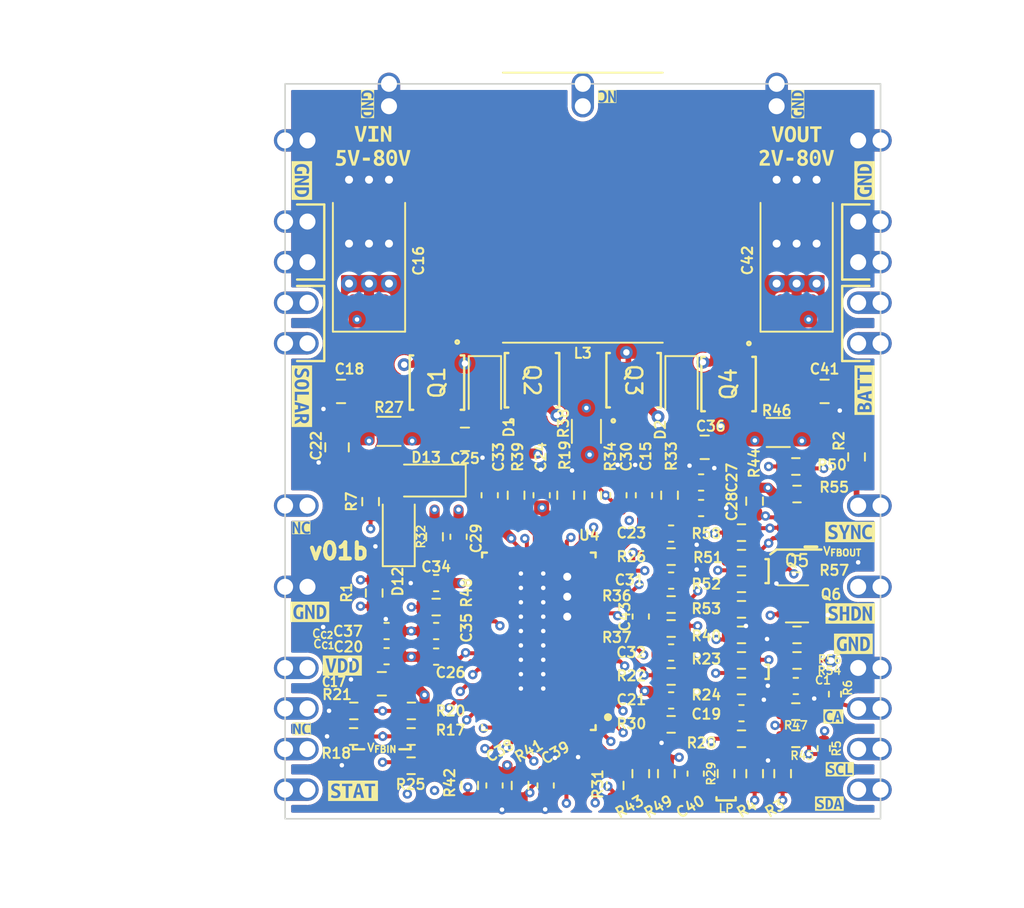
<source format=kicad_pcb>
(kicad_pcb (version 20221018) (generator pcbnew)
  (title_block (title "LT8490 - Mezzanine") (date "2024-04-24") (rev "v1.0b"))
  (layers (0 "F.Cu" mixed) (1 "In1.Cu" power) (2 "In2.Cu" signal) (3 "In3.Cu" power) (4 "In4.Cu" signal) (31 "B.Cu" power) (34 "B.Paste" user) (35 "F.Paste" user) (36 "B.SilkS" user "B.Silkscreen") (37 "F.SilkS" user "F.Silkscreen") (38 "B.Mask" user) (39 "F.Mask" user) (44 "Edge.Cuts" user))
  (net 0 "")
  (net 1 "GND")
  (net 2 "VBATT")
  (net 3 "VSOLAR")
  (net 4 "Net-(U4-TEMPSENSE)")
  (net 5 "Net-(C19-Pad2)")
  (net 6 "GATEV_{CC}")
  (net 7 "Net-(U4-SS)")
  (net 8 "Net-(C27-Pad1)")
  (net 9 "Net-(U4-IMON_OUT)")
  (net 10 "Net-(Q1-D)")
  (net 11 "Net-(U4-VC)")
  (net 12 "Net-(U4-CLKDET)")
  (net 13 "EXTV_{CC}")
  (net 14 "V_{OUT}")
  (net 15 "V_{DD}")
  (net 16 "/AVDD")
  (net 17 "Net-(C40-Pad2)")
  (net 18 "Net-(U4-CSP)")
  (net 19 "Net-(U4-CSN)")
  (net 24 "Net-(Q5A-G2)")
  (net 25 "Net-(Q5B-D2)")
  (net 26 "Net-(Q5B-G1)")
  (net 27 "SWENO")
  (net 28 "Net-(Q6A-B1)")
  (net 29 "Net-(Q6B-E2)")
  (net 30 "Net-(U4-FBIN)")
  (net 31 "Net-(U4-RT)")
  (net 32 "ECON")
  (net 33 "REG_{FAULT}")
  (net 34 "Net-(U4-VINR)")
  (net 35 "Net-(U4-IIR)")
  (net 36 "Net-(U4-IOW)")
  (net 37 "Net-(U4-FBIR)")
  (net 38 "REG_{STATUS}")
  (net 39 "Net-(U4-FBIW)")
  (net 40 "Net-(U4-IOR)")
  (net 41 "Net-(U4-CLKOUT)")
  (net 42 "Net-(U4-LDO33)")
  (net 43 "Net-(U4-FBOW)")
  (net 44 "Net-(U4-FBOR)")
  (net 46 "/V_{SW1}")
  (net 47 "/V_{SW2}")
  (net 49 "GATEV_{CC}`")
  (net 50 "/BOOST1")
  (net 51 "/BOOST2")
  (net 52 "/TG1")
  (net 53 "/BG1")
  (net 54 "/BG2")
  (net 55 "/TG2")
  (net 56 "/TG1_0")
  (net 57 "/CSPIN")
  (net 58 "/CSNIN")
  (net 59 "/CSPOUT")
  (net 60 "/CSNOUT_0")
  (net 61 "/CSNOUT")
  (net 62 "/BG2_")
  (net 63 "/CSNIN_0")
  (net 64 "/FBIN")
  (net 65 "/FBOUT")
  (net 66 "/FBOUT_0")
  (net 67 "Net-(NT1-Pad2)")
  (net 69 "/~{SHDN}")
  (net 71 "/SYNC")
  (net 72 "/SDA")
  (net 73 "/SCL")
  (net 76 "/RS+")
  (footprint "mppt:mppt_castellation_05mm" (layer "F.Cu") (at 130.65 86.91)
    (fp_text reference "J2" hide)
    (fp_text value "Conn_01x01")
  )
  (footprint "Resistor_SMD:R_0603_1608Metric" (layer "F.Cu") (at 157.8 108.641424)
    (fp_text reference "R53")
    (fp_text value "1.1MΩ")
  )
  (footprint "Resistor_SMD:R_0603_1608Metric" (layer "F.Cu") (at 149.9 119.666424 -90)
    (fp_text reference "R31")
    (fp_text value "3.01K")
  )
  (footprint "NetTie:NetTie-2_SMD_Pad0.5mm" (layer "F.Cu") (at 134.5 97.6 90)
    (fp_text reference "NT2" hide)
    (fp_text value "NetTie_2")
  )
  (footprint "Resistor_SMD:R_0402_1005Metric" (layer "F.Cu") (at 163.65 113.95 90)
    (fp_text reference "R6")
    (fp_text value "0")
  )
  (footprint "Capacitor_SMD:C_0805_2012Metric" (layer "F.Cu") (at 132.75 95 180)
    (fp_text reference "C18")
    (fp_text value "2.2uF")
  )
  (footprint "Capacitor_SMD:C_0805_2012Metric" (layer "F.Cu") (at 155.5 98.5 180)
    (fp_text reference "C36")
    (fp_text value "10uF")
  )
  (footprint "Capacitor_SMD:C_0603_1608Metric" (layer "F.Cu") (at 142.35 119.666424 -90)
    (fp_text reference "C38")
    (fp_text value "4.7uF")
  )
  (footprint "Capacitor_SMD:C_0603_1608Metric" (layer "F.Cu") (at 155.275 100.7)
    (fp_text reference "C27")
    (fp_text value "220pF")
  )
  (footprint "Resistor_SMD:R_0603_1608Metric" (layer "F.Cu") (at 157.8 107.041424)
    (fp_text reference "R52")
    (fp_text value "23.7K")
  )
  (footprint "Capacitor_SMD:C_0603_1608Metric" (layer "F.Cu") (at 138.7 111.6)
    (fp_text reference "C26")
    (fp_text value "470nF")
  )
  (footprint "kibuzzard-623CCAFA" (layer "F.Cu") (at 134.75 80.378568)
    (fp_text reference "kibuzzard-623CCAFA" hide)
    (fp_text value "G***" hide)
  )
  (footprint "Diode_SMD:D_PowerDI-123" (layer "F.Cu") (at 141.750009 95.1 -90)
    (fp_text reference "D1")
    (fp_text value "MBR1020VL")
  )
  (footprint "Resistor_SMD:R_0603_1608Metric" (layer "F.Cu") (at 156.837047 118.925 90)
    (fp_text reference "R29")
    (fp_text value "0")
  )
  (footprint "Fiducial:Fiducial_0.75mm_Mask1.5mm" (layer "F.Cu") (at 162.25 119.45)
    (fp_text reference "REF**" hide)
    (fp_text value "Fiducial_0.75mm_Mask1.5mm")
  )
  (footprint "kibuzzard-623CCB15" (layer "F.Cu") (at 161.25 78.9)
    (fp_text reference "kibuzzard-623CCB15" hide)
    (fp_text value "G***" hide)
  )
  (footprint "mppt:mppt_castellation_05mm" (layer "F.Cu") (at 166.499997 79.290012)
    (fp_text reference "J12" hide)
    (fp_text value "Conn_01x01")
  )
  (footprint "Resistor_SMD:R_0603_1608Metric" (layer "F.Cu") (at 153.4 105.341424)
    (fp_text reference "R26")
    (fp_text value "23.7K")
  )
  (footprint "NetTie:NetTie-2_SMD_Pad0.5mm" (layer "F.Cu") (at 137.2 97.6 90)
    (fp_text reference "NT3" hide)
    (fp_text value "NetTie_2")
  )
  (footprint "mppt:mppt_castellation_05mm" (layer "F.Cu") (at 166.5 114.85)
    (fp_text reference "J10" hide)
    (fp_text value "Conn_01x01")
  )
  (footprint "Resistor_SMD:R_0603_1608Metric" (layer "F.Cu") (at 153.4 109.841424)
    (fp_text reference "R37")
    (fp_text value "10")
  )
  (footprint "Resistor_SMD:R_0603_1608Metric" (layer "F.Cu") (at 134.6 101.9 -90)
    (fp_text reference "R7")
    (fp_text value "4")
  )
  (footprint "kibuzzard-623CC23C" (layer "F.Cu") (at 165.5 94.92281 90)
    (fp_text reference "kibuzzard-623CC23C" hide)
    (fp_text value "G***" hide)
  )
  (footprint "Package_TO_SOT_SMD:SOT-363_SC-70-6" (layer "F.Cu") (at 161.275 108.3)
    (fp_text reference "Q6")
    (fp_text value "MBT2222ADW1T1")
  )
  (footprint "Capacitor_SMD:C_0805_2012Metric" (layer "F.Cu") (at 140.5 98)
    (fp_text reference "C25")
    (fp_text value "2.2uF")
  )
  (footprint "mppt:SIS128LDN-T1-GE3" (layer "F.Cu") (at 144.69999 94.299989 -90)
    (fp_text reference "Q2")
    (fp_text value "SIS128LDN-T1-GE3")
  )
  (footprint "mppt:mppt_castellation_05mm" (layer "F.Cu") (at 130.65 89.45)
    (fp_text reference "J3" hide)
    (fp_text value "Conn_01x01")
  )
  (footprint "Resistor_SMD:R_0603_1608Metric" (layer "F.Cu") (at 160.375 118.925 90)
    (fp_text reference "R3")
    (fp_text value "0")
  )
  (footprint "Resistor_SMD:R_0603_1608Metric" (layer "F.Cu") (at 161.275 111.841424 180)
    (fp_text reference "R54")
    (fp_text value "200K")
  )
  (footprint "Resistor_SMD:R_0603_1608Metric" (layer "F.Cu") (at 158.62 101.87 90)
    (fp_text reference "R44")
    (fp_text value "10")
  )
  (footprint "mppt:mppt_castellation_05mm" (layer "F.Cu") (at 130.65 84.37)
    (fp_text reference "J1" hide)
    (fp_text value "Conn_01x01")
  )
  (footprint "kibuzzard-623E06E1" (layer "F.Cu") (at 163.55 115.35)
    (fp_text reference "kibuzzard-623E06E1" hide)
    (fp_text value "G***" hide)
  )
  (footprint "kibuzzard-623CC1D5" (layer "F.Cu") (at 164.8 110.8)
    (fp_text reference "kibuzzard-623CC1D5" hide)
    (fp_text value "G***" hide)
  )
  (footprint "Resistor_SMD:R_0603_1608Metric" (layer "F.Cu") (at 153.3 101.5 -90)
    (fp_text reference "R33")
    (fp_text value "4.99K")
  )
  (footprint "mppt:mppt_castellation_05mm" (layer "F.Cu") (at 166.5 89.45)
    (fp_text reference "J7" hide)
    (fp_text value "Conn_01x01")
  )
  (footprint "Capacitor_SMD:C_0603_1608Metric" (layer "F.Cu") (at 145.55 119.666424 90)
    (fp_text reference "C39")
    (fp_text value "1uF")
  )
  (footprint "Resistor_SMD:R_0603_1608Metric" (layer "F.Cu") (at 161.2 105.8 180)
    (fp_text reference "R57")
    (fp_text value "100K")
  )
  (footprint "Capacitor_SMD:C_0603_1608Metric" (layer "F.Cu") (at 157.8 115.141424 180)
    (fp_text reference "C19")
    (fp_text value "330nF")
  )
  (footprint "Resistor_SMD:R_0603_1608Metric" (layer "F.Cu") (at 140.8 119.666424 -90)
    (fp_text reference "R42")
    (fp_text value "0")
  )
  (footprint "Capacitor_SMD:C_0603_1608Metric" (layer "F.Cu") (at 140.1 104.1 -90)
    (fp_text reference "C29")
    (fp_text value "220nF")
  )
  (footprint "kibuzzard-623CCD34" (layer "F.Cu") (at 164.6 108.9)
    (fp_text reference "kibuzzard-623CCD34" hide)
    (fp_text value "G***" hide)
  )
  (footprint "Resistor_SMD:R_0603_1608Metric" (layer "F.Cu") (at 153.4 112.841424)
    (fp_text reference "R22")
    (fp_text value "21K")
  )
  (footprint "Resistor_SMD:R_0603_1608Metric" (layer "F.Cu") (at 157.8 111.841424 180)
    (fp_text reference "R23")
    (fp_text value "110K")
  )
  (footprint "Resistor_SMD:R_0603_1608Metric" (layer "F.Cu") (at 161.2 99.7 180)
    (fp_text reference "R50")
    (fp_text value "0")
  )
  (footprint "Resistor_SMD:R_0603_1608Metric" (layer "F.Cu") (at 158.625 118.925 90)
    (fp_text reference "R4")
    (fp_text value "0")
  )
  (footprint "NetTie:NetTie-2_SMD_Pad0.5mm" (layer "F.Cu") (at 147.8 98.9625)
    (fp_text reference "NT1" hide)
    (fp_text value "NetTie_2")
  )
  (footprint "Capacitor_SMD:C_0603_1608Metric" (layer "F.Cu") (at 138.7 110 180)
    (fp_text reference "C35")
    (fp_text value "470nF")
  )
  (footprint "kibuzzard-623CC1D5" (layer "F.Cu") (at 130.3 81.8 -90)
    (fp_text reference "kibuzzard-623CC1D5" hide)
    (fp_text value "G***" hide)
  )
  (footprint "Resistor_SMD:R_0603_1608Metric" (layer "F.Cu") (at 153.4 108.341424 180)
    (fp_text reference "R36")
    (fp_text value "10")
  )
  (footprint "kibuzzard-623CCB0B" (layer "F.Cu") (at 161.25 80.378568)
    (fp_text reference "kibuzzard-623CCB0B" hide)
    (fp_text value "G***" hide)
  )
  (footprint "Fiducial:Fiducial_0.75mm_Mask1.5mm" (layer "F.Cu") (at 164.3 77.2)
    (fp_text reference "REF**" hide)
    (fp_text value "Fiducial_0.75mm_Mask1.5mm")
  )
  (footprint "Resistor_SMD:R_0603_1608Metric" (layer "F.Cu") (at 157.8 110.241424)
    (fp_text reference "R40")
    (fp_text value "200K")
  )
  (footprint "kibuzzard-623CC3F2" (layer "F.Cu") (at 133.5 120)
    (fp_text reference "kibuzzard-623CC3F2" hide)
    (fp_text value "G***" hide)
  )
  (footprint "Capacitor_SMD:C_0603_1608Metric" (layer "F.Cu") (at 153.4 114.341424 180)
    (fp_text reference "C21")
    (fp_text value "4.7uF")
  )
  (footprint "Capacitor_SMD:C_0603_1608Metric" (layer "F.Cu") (at 135.6 111.575 180)
    (fp_text reference "C20")
    (fp_text value "100nF")
  )
  (footprint "Capacitor_SMD:C_0603_1608Metric" (layer "F.Cu") (at 161.2 113.441424 180)
    (fp_text reference "C1")
    (fp_text value "100nF")
  )
  (footprint "Capacitor_SMD:C_0603_1608Metric" (layer "F.Cu") (at 150.1 101.5 90)
    (fp_text reference "C30")
    (fp_text value "68nF")
  )
  (footprint "custom-footprints:holliday" (layer "F.Cu") (at 138.14 121.075)
    (fp_text reference "Ref**" hide)
    (fp_text value "Val**" hide)
  )
  (footprint "kibuzzard-623CC1D5" (layer "F.Cu") (at 130.8 108.8)
    (fp_text reference "kibuzzard-623CC1D5" hide)
    (fp_text value "G***" hide)
  )
  (footprint "mainboard:BSS138DWQ-7" (layer "F.Cu") (at 161.274989 103.533575 180)
    (fp_text reference "Q5")
    (fp_text value "BSS138DWQ-7" hide)
  )
  (footprint "mppt:L_SRP1770C" (layer "F.Cu") (at 147.87499 83.500011)
    (fp_text reference "L3")
    (fp_text value "3.3uH")
  )
  (footprint "mppt:mppt_castellation_05mm" (layer "F.Cu") (at 130.65 117.39)
    (fp_text reference "J9" hide)
    (fp_text value "Conn_01x01")
  )
  (footprint "Capacitor_SMD:C_0603_1608Metric" (layer "F.Cu") (at 153.4 111.341424 180)
    (fp_text reference "C32")
    (fp_text value "3.3nF")
  )
  (footprint "Resistor_SMD:R_0603_1608Metric" (layer "F.Cu") (at 157.8 116.741424 180)
    (fp_text reference "R28")
    (fp_text value "15.2K")
  )
  (footprint "Diode_SMD:D_PowerDI-123" (layer "F.Cu") (at 154.05 95.1 -90)
    (fp_text reference "D2")
    (fp_text value "MBR1020VL")
  )
  (footprint "mppt:mppt_castellation_05mm" (layer "F.Cu") (at 130.65 114.85)
    (fp_text reference "J24" hide)
    (fp_text value "Conn_01x01")
  )
  (footprint "mppt:mppt_castellation_05mm" (layer "F.Cu") (at 130.65 107.23)
    (fp_text reference "J14" hide)
    (fp_text value "Conn_01x01")
  )
  (footprint "NetTie:NetTie-2_SMD_Pad0.5mm" (layer "F.Cu") (at 158.6375 97.571064 90)
    (fp_text reference "NT4" hide)
    (fp_text value "NetTie_2")
  )
  (footprint "Fiducial:Fiducial_0.75mm_Mask1.5mm" (layer "F.Cu") (at 131 77.5)
    (fp_text reference "REF**" hide)
    (fp_text value "Fiducial_0.75mm_Mask1.5mm")
  )
  (footprint "mppt:mppt_castellation_05mm" (layer "F.Cu") (at 135.75 75.75 90)
    (fp_text reference "J19" hide)
    (fp_text value "Conn_01x01")
  )
  (footprint "mppt:mppt_castellation_05mm" (layer "F.Cu") (at 130.65 91.99)
    (fp_text reference "J4" hide)
    (fp_text value "Conn_01x01")
  )
  (footprint "Capacitor_SMD:C_0603_1608Metric" (layer "F.Cu") (at 145.3 101.5 -90)
    (fp_text reference "C24")
    (fp_text value "4.7uF")
  )
  (footprint "Resistor_SMD:R_1206_3216Metric" (layer "F.Cu") (at 160.1 97.571064)
    (fp_text reference "R46")
    (fp_text value "0.033")
  )
  (footprint "kibuzzard-62D49DAC" (layer "F.Cu") (at 130.29 116.12)
    (fp_text reference "kibuzzard-62D49DAC" hide)
    (fp_text value "G***" hide)
  )
  (footprint "mppt:LT8491IUKJ#PBF" (layer "F.Cu") (at 145.124551 110.641435 180)
    (fp_text reference "U4")
    (fp_text value "LT8491IUKJPBF" hide)
  )
  (footprint "Resistor_SMD:R_1206_3216Metric" (layer "F.Cu") (at 148.1 97.5 -90)
    (fp_text reference "R38")
    (fp_text value "0.047")
  )
  (footprint "Diode_SMD:D_SOD-123F" (layer "F.Cu") (at 136.36 103.73 90)
    (fp_text reference "D12")
    (fp_text value "CMMR1U-02 TR")
  )
  (footprint "Resistor_SMD:R_0603_1608Metric" (layer "F.Cu") (at 165 99.1 90)
    (fp_text reference "R2")
    (fp_text value "10K")
  )
  (footprint "mppt:mppt_castellation_05mm" (layer "F.Cu") (at 130.65 79.29)
    (fp_text reference "J11" hide)
    (fp_text value "Conn_01x01")
  )
  (footprint "Diode_SMD:D_SOD-123F" (layer "F.Cu") (at 138.34 100.58 180)
    (fp_text reference "D13")
    (fp_text value "CMMR1U-02 TR")
  )
  (footprint "mppt:mppt_castellation_05mm" (layer "F.Cu") (at 166.5 91.99)
    (fp_text reference "J8" hide)
    (fp_text value "Conn_01x01")
  )
  (footprint "Capacitor_Tantalum_SMD:CP_EIA-7343-30_AVX-N" (layer "F.Cu") (at 134.5 86.85 90)
    (fp_text reference "C16")
    (fp_text value "15uF")
  )
  (footprint "mppt:mppt_castellation_05mm" (layer "F.Cu") (at 166.5 102.15)
    (fp_text reference "J16" hide)
    (fp_text value "Conn_01x01")
  )
  (footprint "kibuzzard-623CC1F4" (layer "F.Cu") (at 130.3 95.3 -90)
    (fp_text reference "kibuzzard-623CC1F4" hide)
    (fp_text value "G***" hide)
  )
  (footprint "Capacitor_SMD:C_0805_2012Metric" (layer "F.Cu") (at 132.5 98.5 -90)
    (fp_text reference "C22")
    (fp_text value "2.2uF")
  )
  (footprint "Capacitor_SMD:C_0603_1608Metric" (layer "F.Cu") (at 154.937047 118.925 -90)
    (fp_text reference "C40")
    (fp_text value "100nF")
  )
  (footprint "Resistor_SMD:R_0603_1608Metric" (layer "F.Cu") (at 157.8 113.441424)
    (fp_text reference "R24")
    (fp_text value "35.7K")
  )
  (footprint "Resistor_SMD:R_0603_1608Metric" (layer "F.Cu") (at 161.2 115.041424 180)
    (fp_text reference "R47")
    (fp_text value "10K")
  )
  (footprint "kibuzzard-62D49DF0" (layer "F.Cu") (at 161.32 77.02 90)
    (fp_text reference "kibuzzard-62D49DF0" hide)
    (fp_text value "G***" hide)
  )
  (footprint "kibuzzard-62D49DAC" (layer "F.Cu") (at 130.26 103.53)
    (fp_text reference "kibuzzard-62D49DAC" hide)
    (fp_text value "G***" hide)
  )
  (footprint "kibuzzard-623CC1D5" (layer "F.Cu") (at 165.5 81.8 90)
    (fp_text reference "kibuzzard-623CC1D5" hide)
    (fp_text value "G***" hide)
  )
  (footprint "Resistor_SMD:R_0603_1608Metric" (layer "F.Cu") (at 133.55 115 180)
    (fp_text reference "R21")
    (fp_text value "8.06K")
  )
  (footprint "mppt:mppt_castellation_05mm" (layer "F.Cu") (at 130.65 102.15)
    (fp_text reference "J13" hide)
    (fp_text value "Conn_01x01")
  )
  (footprint "mppt:SIS128LDN-T1-GE3" (layer "F.Cu") (at 138.749989 94.450002 90)
    (fp_text reference "Q1")
    (fp_text value "SIS128LDN-T1-GE3")
  )
  (footprint "Resistor_SMD:R_0603_1608Metric" (layer "F.Cu") (at 151.5 118.925 90)
    (fp_text reference "R43")
    (fp_text value "23.2K")
  )
  (footprint "Capacitor_SMD:C_0603_1608Metric" (layer "F.Cu") (at 153.4 106.841424)
    (fp_text reference "C31")
    (fp_text value "3.3nF")
  )
  (footprint "Capacitor_SMD:C_0603_1608Metric" (layer "F.Cu") (at 155.275 102.3 180)
    (fp_text reference "C28")
    (fp_text value "6.8nF")
  )
  (footprint "Resistor_SMD:R_0603_1608Metric" (layer "F.Cu") (at 134.825 107.62 -90)
    (fp_text reference "R1")
    (fp_text value "10")
  )
  (footprint "Resistor_SMD:R_0603_1608Metric" (layer "F.Cu") (at 153.1 118.925 -90)
    (fp_text reference "R49")
    (fp_text value "121K")
  )
  (footprint "kibuzzard-62D49DAC" (layer "F.Cu") (at 149.4 76.54 180)
    (fp_text reference "kibuzzard-62D49DAC" hide)
    (fp_text value "G***" hide)
  )
  (footprint "Resistor_SMD:R_1206_3216Metric" (layer "F.Cu") (at 135.75 97.5)
    (fp_text reference "R27")
    (fp_text value "0.1")
  )
  (footprint "mppt:SIS128LDN-T1-GE3" (layer "F.Cu") (at 151.051997 94.299989 -90)
    (fp_text reference "Q3")
    (fp_text value "SIS128LDN-T1-GE3")
  )
  (footprint "Resistor_SMD:R_0603_1608Metric" (layer "F.Cu") (at 138.7 108.5)
    (fp_text reference "R48")
    (fp_text value "10")
  )
  (footprint "Resistor_SMD:R_0603_1608Metric" (layer "F.Cu") (at 143.95 119.666424 -90)
    (fp_text reference "R41")
    (fp_text value "1")
  )
  (footprint "mppt:mppt_castellation_05mm" (layer "F.Cu") (at 166.5 86.91)
    (fp_text reference "J6" hide)
    (fp_text value "Conn_01x01")
  )
  (footprint "Resistor_SMD:R_0603_1608Metric" (layer "F.Cu") (at 157.8 103.841424 180)
    (fp_text reference "R58")
    (fp_text value "100K")
  )
  (footprint "Capacitor_SMD:C_0603_1608Metric" (layer "F.Cu") (at 135.6 110 180)
    (fp_text reference "C37")
    (fp_text value "100nF")
  )
  (footprint "Resistor_SMD:R_0402_1005Metric" (layer "F.Cu") (at 162.95 117.35 90)
    (fp_text reference "R5")
    (fp_text value "0")
  )
  (footprint "Resistor_SMD:R_0603_1608Metric" (layer "F.Cu") (at 161.2 116.741424)
    (fp_text reference "R45")
    (fp_text value "11.5K")
  )
  (footprint "Resistor_SMD:R_0603_1608Metric" (layer "F.Cu") (at 138.6 104.1 90)
    (fp_text reference "R32")
    (fp_text value "2")
  )
  (footprint "kibuzzard-623E06FB" (layer "F.Cu") (at 163.3 120.8)
    (fp_text reference "kibuzzard-623E06FB" hide)
    (fp_text value "G***" hide)
  )
  (footprint "Capacitor_Tantalum_SMD:CP_EIA-7343-30_AVX-N" (layer "F.Cu") (at 161.25 86.85 90)
    (fp_text reference "C42")
    (fp_text value "47uF")
  )
  (footprint "mppt:mppt_castellation_05mm" (layer "F.Cu") (at 147.875 75.75 90)
    (fp_text reference "J20" hide)
    (fp_text value "Conn_01x01")
  )
  (footprint "kibuzzard-623CC9B2" (layer "F.Cu") (at 132.83 112.16)
    (fp_text reference "kibuzzard-623CC9B2" hide)
    (fp_text value "G***" hide)
  )
  (footprint "Resistor_SMD:R_0603_1608Metric" (layer "F.Cu") (at 161.275 101.425 180)
    (fp_text reference "R55")
    (fp_text value "10")
  )
  (footprint "NetTie:NetTie-2_SMD_Pad0.5mm" (layer "F.Cu") (at 161.646447 90.146447 135)
    (fp_text reference "NT7" hide)
    (fp_text value "NetTie_2")
  )
  (footprint "Resistor_SMD:R_0603_1608Metric" (layer "F.Cu") (at 137.133576 116.6 180)
    (fp_text reference "R17")
    (fp_text value "95.3K")
  )
  (footprint "kibuzzard-623DE3C4" (layer "F.Cu") (at 164.6 103.8)
    (fp_text reference "kibuzzard-623DE3C4" hide)
    (fp_text value "G***" hide)
  )
  (footprint "NetTie:NetTie-2_SMD_Pad0.5mm" (layer "F.Cu") (at 134.103553 90.146447 45)
    (fp_text reference "NT6" hide)
    (fp_text value "NetTie_2")
  )
  (footprint "Capacitor_SMD:C_0805_2012Metric" (layer "F.Cu") (at 163 95)
    (fp_text reference "C41")
    (fp_text value "10uF")
  )
  (footprint "Capacitor_SMD:C_0603_1608Metric" (layer "F.Cu") (at 153.4 103.9)
    (fp_text reference "C23")
    (fp_text value "10nF")
  )
  (footprint "mppt:SIS128LDN-T1-GE3" (layer "F.Cu") (at 156.993996 94.539994 90)
    (fp_text reference "Q4")
    (fp_text value "SIS128LDN-T1-GE3")
  )
  (footprint "NetTie:NetTie-2_SMD_Pad0.5mm" (layer "F.Cu") (at 161.578511 97.6 90)
    (fp_text reference "NT5" hide)
    (fp_text value "NetTie_2")
  )
  (footprint "Capacitor_SMD:C_0805_2012Metric" (layer "F.Cu") (at 135.3 113.3 180)
    (fp_text reference "C17")
    (fp_text value "2.2uF")
  )
  (footprint "kibuzzard-62D49DF0" (layer "F.Cu") (at 134.41 77.01 -90)
    (fp_text reference "kibuzzard-62D49DF0" hide)
    (fp_text value "G***" hide)
  )
  (footprint "mppt:mppt_castellation_05mm" (layer "F.Cu") (at 166.499997 84.370012)
    (fp_text reference "J5" hide)
    (fp_text value "Conn_01x01")
  )
  (footprint "Resistor_SMD:R_0603_1608Metric" (layer "F.Cu") (at 143.7 101.5 -90)
    (fp_text reference "R39")
    (fp_text value "2")
  )
  (footprint "kibuzzard-623CCAD0" (layer "F.Cu") (at 134.75 78.878568)
    (fp_text reference "kibuzzard-623CCAD0" hide)
    (fp_text value "G***" hide)
  )
  (footprint "Resistor_SMD:R_0603_1608Metric" (layer "F.Cu") (at 133.533576 116.6 180)
    (fp_text reference "R18")
    (fp_text value "7.32K")
  )
  (footprint "mppt:mppt_castellation_05mm" (layer "F.Cu") (at 166.5 117.39)
    (fp_text reference "J23" hide)
    (fp_text value "Conn_01x01")
  )
  (footprint "Capacitor_SMD:C_0603_1608Metric" (layer "F.Cu") (at 142.05 101.5 90)
    (fp_text reference "C33")
    (fp_text value "220nF")
  )
  (footprint "Resistor_SMD:R_0603_1608Metric" (layer "F.Cu") (at 146.8 101.5 90)
    (fp_text reference "R19")
    (fp_text value "365K")
  )
  (footprint "Resistor_SMD:R_0603_1608Metric" (layer "F.Cu") (at 148.5 101.5 -90)
    (fp_text reference "R34")
    (fp_text value "53.6K")
  )
  (footprint "mppt:mppt_castellation_05mm" (layer "F.Cu") (at 130.65 119.93)
    (fp_text reference "J25" hide)
    (fp_text value "Conn_01x01")
  )
  (footprint "mppt:mppt_castellation_05mm" (layer "F.Cu") (at 130.65 112.31)
    (fp_text reference "J15" hide)
    (fp_text value "Conn_01x01")
  )
  (footprint "mppt:mppt_castellation_05mm" (layer "F.Cu") (at 166.5 119.93)
    (fp_text reference "J22" hide)
    (fp_text value "Conn_01x01")
  )
  (footprint "Resistor_SMD:R_0603_1608Metric" (layer "F.Cu") (at 137.15 115 180)
    (fp_text reference "R20")
    (fp_text value "196K")
  )
  (footprint "Resistor_SMD:R_0603_1608Metric" (layer "F.Cu") (at 157.8 105.441424 180)
    (fp_text reference "R51")
    (fp_text value "154K")
  )
  (footprint "Resistor_SMD:R_0603_1608Metric" (layer "F.Cu") (at 153.4 115.841424)
    (fp_text reference "R30")
    (fp_text value "3.12K")
  )
  (footprint "Resistor_SMD:R_0603_1608Metric" (layer "F.Cu") (at 161.275 110.241424)
    (fp_text reference "R56")
    (fp_text value "26.1K")
  )
  (footprint "Resistor_SMD:R_0603_1608Metric" (layer "F.Cu") (at 137.133576 118.43 180)
    (fp_text reference "R25")
    (fp_text value "30.1K")
  )
  (footprint "kibuzzard-623E06ED" (layer "F.Cu") (at 163.95 118.65)
    (fp_text reference "kibuzzard-623E06ED" hide)
    (fp_text value "G***" hide)
  )
  (footprint "mppt:mppt_castellation_05mm" (layer "F.Cu") (at 160 75.75 90)
    (fp_text reference "J21" hide)
    (fp_text value "Conn_01x01")
  )
  (footprint "Capacitor_SMD:C_0603_1608Metric" (layer "F.Cu") (at 151.7 101.5 90)
    (fp_text reference "C15")
    (fp_text value "100nF")
  )
  (footprint "mppt:mppt_castellation_05mm" (layer "F.Cu") (at 166.5 107.23)
    (fp_text reference "J17" hide)
    (fp_text value "Conn_01x01")
  )
  (footprint "Capacitor_SMD:C_0603_1608Metric" (layer "F.Cu") (at 138.7 107 180)
    (fp_text reference "C34")
    (fp_text value "1uF")
  )
  (footprint "Capacitor_SMD:C_0603_1608Metric" (layer "F.Cu") (at 151.5 109.091424 -90)
    (fp_text reference "C43")
    (fp_text value "1nF")
  )
  (footprint "mppt:mppt_castellation_05mm" (layer "F.Cu") (at 166.5 112.31)
    (fp_text reference "J18" hide)
    (fp_text value "Conn_01x01")
  )
  (gr_line (start 131.7 83.3) (end 130 83.3) (stroke (width 0.15)) (layer "F.SilkS"))
  (gr_line (start 164.1 93.1) (end 165.8 93.1) (stroke (width 0.15)) (layer "F.SilkS"))
  (gr_line (start 130 88) (end 131.7 88) (stroke (width 0.15)) (layer "F.SilkS"))
  (gr_line (start 130 88.4) (end 131.7 88.4) (stroke (width 0.15)) (layer "F.SilkS"))
  (gr_line (start 159.5 105.5) (end 159.5 107) (stroke (width 0.15)) (layer "F.SilkS"))
  (gr_line (start 133.5 117.4) (end 133.5 117.2) (stroke (width 0.15)) (layer "F.SilkS"))
  (gr_line (start 156.237047 120.6) (end 156.237047 120.4) (stroke (width 0.15)) (layer "F.SilkS"))
  (gr_line (start 131.7 88) (end 131.7 83.3) (stroke (width 0.15)) (layer "F.SilkS"))
  (gr_line (start 164.1 88.4) (end 164.1 93.1) (stroke (width 0.15)) (layer "F.SilkS"))
  (gr_line (start 159.5 107) (end 159.3 107) (stroke (width 0.15)) (layer "F.SilkS"))
  (gr_line (start 164.1 83.3) (end 164.1 88) (stroke (width 0.15)) (layer "F.SilkS"))
  (gr_line (start 137.1 117.4) (end 137.1 117.2) (stroke (width 0.15)) (layer "F.SilkS"))
  (gr_line (start 136.4 117.4) (end 137.1 117.4) (stroke (width 0.15)) (layer "F.SilkS"))
  (gr_line (start 159.3 112.1) (end 159.5 112.1) (stroke (width 0.15)) (layer "F.SilkS"))
  (gr_line (start 159.3 105.5) (end 159.5 105.5) (stroke (width 0.15)) (layer "F.SilkS"))
  (gr_line (start 131.7 88.4) (end 131.7 93.1) (stroke (width 0.15)) (layer "F.SilkS"))
  (gr_line (start 157.437047 120.6) (end 157.437047 120.4) (stroke (width 0.15)) (layer "F.SilkS"))
  (gr_line (start 159.5 112.1) (end 159.5 113) (stroke (width 0.15)) (layer "F.SilkS"))
  (gr_line (start 164.1 88) (end 165.8 88) (stroke (width 0.15)) (layer "F.SilkS"))
  (gr_line (start 130 93.1) (end 131.7 93.1) (stroke (width 0.15)) (layer "F.SilkS"))
  (gr_line (start 160 104.9) (end 162.8 104.9) (stroke (width 0.15)) (layer "F.SilkS"))
  (gr_line (start 159.5 113) (end 159.3 113) (stroke (width 0.15)) (layer "F.SilkS"))
  (gr_line (start 165.8 83.3) (end 164.1 83.3) (stroke (width 0.15)) (layer "F.SilkS"))
  (gr_line (start 156.237047 120.6) (end 157.437047 120.6) (stroke (width 0.15)) (layer "F.SilkS"))
  (gr_line (start 160 104.9) (end 159.6 105.2) (stroke (width 0.15)) (layer "F.SilkS"))
  (gr_line (start 165.8 88.4) (end 164.1 88.4) (stroke (width 0.15)) (layer "F.SilkS"))
  (gr_line (start 134.2 117.4) (end 133.5 117.4) (stroke (width 0.15)) (layer "F.SilkS"))
  (gr_rect locked (start 129.25 75.75) (end 166.5 121.75) (stroke (width 0.1)) (fill none) (layer "Edge.Cuts"))
  (gr_text "C_{C2}" (at 131.6 110.16) (layer "F.SilkS") (effects (font (size 0.508 0.508) (thickness 0.1016))))
  (gr_text "V_{FBIN}" (at 135.300009 117.299994) (layer "F.SilkS") (effects (font (size 0.508 0.508) (thickness 0.1016))))
  (gr_text "v01b" (at 132.6 105) (layer "F.SilkS") (effects (font (size 1.016 1.016) (thickness 0.254))))
  (gr_text "C_{C1}" (at 131.67 110.81) (layer "F.SilkS") (effects (font (size 0.508 0.508) (thickness 0.1016))))
  (gr_text "V_{FBOUT}" (at 164.1 105) (layer "F.SilkS") (effects (font (size 0.508 0.508) (thickness 0.1016))))
  (gr_text "LP" (at 156.837047 121.1) (layer "F.SilkS") (effects (font (size 0.508 0.508) (thickness 0.1016))))
  (segment (start 146.874547 117.184547) (end 147.58 117.89) (width 0.25) (layer "F.Cu") (net 1))
  (segment (start 145.374547 116.041424) (end 145.374547 115.128924) (width 0.25) (layer "F.Cu") (net 1))
  (segment (start 147.974547 111.391424) (end 146.351424 111.391424) (width 0.25) (layer "F.Cu") (net 1))
  (segment (start 146.303947 114.841424) (end 146.287047 114.841424) (width 0.25) (layer "F.Cu") (net 1))
  (segment (start 146.874547 116.041424) (end 146.874547 117.184547) (width 0.25) (layer "F.Cu") (net 1))
  (segment (start 146.874547 116.041424) (end 146.874547 115.412024) (width 0.25) (layer "F.Cu") (net 1))
  (segment (start 145.374547 116.041424) (end 145.374547 117.192257) (width 0.25) (layer "F.Cu") (net 1))
  (segment (start 143.374547 116.041424) (end 143.374547 115.353924) (width 0.25) (layer "F.Cu") (net 1))
  (segment (start 145.951424 111.391424) (end 145.95 111.39) (width 0.25) (layer "F.Cu") (net 1))
  (segment (start 143.374547 115.353924) (end 143.687047 115.041424) (width 0.25) (layer "F.Cu") (net 1))
  (segment (start 145.374547 115.128924) (end 145.287047 115.041424) (width 0.25) (layer "F.Cu") (net 1))
  (segment (start 145.374547 117.192257) (end 146.126145 117.943855) (width 0.25) (layer "F.Cu") (net 1))
  (segment (start 146.874547 115.412024) (end 146.303947 114.841424) (width 0.25) (layer "F.Cu") (net 1))
  (via (at 147.2 99.95) (size 0.5842) (drill 0.2794) (layers "F.Cu" "B.Cu") (net 1))
  (via (at 155 104.6) (size 0.5842) (drill 0.2794) (layers "F.Cu" "B.Cu") (net 1))
  (via locked (at 145.4 109.1) (size 0.5842) (drill 0.2794) (layers "F.Cu" "B.Cu") (net 1))
  (via (at 159.999998 85.75) (size 1) (drill 0.5) (layers "F.Cu" "B.Cu") (net 1))
  (via (at 159.999998 81.75) (size 1) (drill 0.5) (layers "F.Cu" "B.Cu") (net 1))
  (via (at 132 114.991424) (size 0.5842) (drill 0.2794) (layers "F.Cu" "B.Cu") (net 1))
  (via (at 133.249998 85.75) (size 1) (drill 0.5) (layers "F.Cu" "B.Cu") (net 1))
  (via locked (at 145.4 111.8) (size 0.5842) (drill 0.2794) (layers "F.Cu" "B.Cu") (net 1))
  (via (at 161.25 85.75) (size 1) (drill 0.5) (layers "F.Cu" "B.Cu") (net 1))
  (via locked (at 144 110.9) (size 0.5842) (drill 0.2794) (layers "F.Cu" "B.Cu") (net 1))
  (via (at 163.2 109) (size 0.5842) (drill 0.2794) (layers "F.Cu" "B.Cu") (net 1))
  (via (at 155 106.15) (size 0.5842) (drill 0.2794) (layers "F.Cu" "B.Cu") (net 1))
  (via (at 134.9 104.7) (size 0.5842) (drill 0.2794) (layers "F.Cu" "B.Cu") (net 1))
  (via (at 150.05 99.6) (size 0.5842) (drill 0.2794) (layers "F.Cu" "B.Cu") (net 1))
  (via (at 135.75 85.75) (size 1) (drill 0.5) (layers "F.Cu" "B.Cu") (net 1))
  (via (at 132.8 118.4) (size 0.5842) (drill 0.2794) (layers "F.Cu" "B.Cu") (net 1))
  (via (at 133.31 111.79) (size 0.5842) (drill 0.2794) (layers "F.Cu" "B.Cu") (net 1))
  (via locked (at 144 106.4) (size 0.5842) (drill 0.2794) (layers "F.Cu" "B.Cu") (net 1))
  (via (at 155 113.8) (size 0.5842) (drill 0.2794) (layers "F.Cu" "B.Cu") (net 1))
  (via (at 146.9 107.85) (size 1) (drill 0.5) (layers "F.Cu" "B.Cu") (net 1))
  (via locked (at 144 110) (size 0.5842) (drill 0.2794) (layers "F.Cu" "B.Cu") (net 1))
  (via (at 134.5 81.75) (size 1) (drill 0.5) (layers "F.Cu" "B.Cu") (net 1))
  (via locked (at 144 112.7) (size 0.5842) (drill 0.2794) (layers "F.Cu" "B.Cu") (net 1))
  (via (at 156.1 99.8) (size 0.5842) (drill 0.2794) (layers "F.Cu" "B.Cu") (net 1))
  (via locked (at 145.4 112.7) (size 0.5842) (drill 0.2794) (layers "F.Cu" "B.Cu") (net 1))
  (via (at 131.875 116.591424) (size 0.5842) (drill 0.2794) (layers "F.Cu" "B.Cu") (net 1))
  (via (at 135.55 109.25) (size 0.5842) (drill 0.2794) (layers "F.Cu" "B.Cu") (net 1))
  (via (at 145.25 99.9) (size 0.5842) (drill 0.2794) (layers "F.Cu" "B.Cu") (net 1))
  (via (at 159.46 118.1) (size 0.5842) (drill 0.2794) (layers "F.Cu" "B.Cu") (net 1))
  (via locked (at 145.4 110.9) (size 0.5842) (drill 0.2794) (layers "F.Cu" "B.Cu") (net 1))
  (via (at 131.35 99.45) (size 0.5842) (drill 0.2794) (layers "F.Cu" "B.Cu") (net 1))
  (via (at 151.15 99.6) (size 0.5842) (drill 0.2794) (layers "F.Cu" "B.Cu") (net 1))
  (via locked (at 145.4 106.4) (size 0.5842) (drill 0.2794) (layers "F.Cu" "B.Cu") (net 1))
  (via (at 159.4 110.5) (size 0.5842) (drill 0.2794) (layers "F.Cu" "B.Cu") (net 1))
  (via (at 131.63 109.75) (size 0.5842) (drill 0.2794) (layers "F.Cu" "B.Cu") (net 1))
  (via (at 133.372219 113.027781) (size 0.5842) (drill 0.2794) (layers "F.Cu" "B.Cu") (net 1))
  (via (at 145.52 121.16) (size 0.5842) (drill 0.2794) (layers "F.Cu" "B.Cu") (net 1))
  (via (at 131.65 96.1) (size 0.5842) (drill 0.2794) (layers "F.Cu" "B.Cu") (net 1))
  (via (at 158.08 109.68) (size 0.5842) (drill 0.2794) (layers "F.Cu" "B.Cu") (net 1))
  (via (at 141.6 99.15) (size 0.5842) (drill 0.2794) (layers "F.Cu" "B.Cu") (net 1))
  (via (at 163.95 96.2) (size 0.5842) (drill 0.2794) (layers "F.Cu" "B.Cu") (net 1))
  (via (at 146.9 109.100002) (size 1) (drill 0.5) (layers "F.Cu" "B.Cu") (net 1))
  (via (at 161.25 81.75) (size 1) (drill 0.5) (layers "F.Cu" "B.Cu") (net 1))
  (via (at 146.126145 117.943855) (size 0.5842) (drill 0.2794) (layers "F.Cu" "B.Cu") (net 1))
  (via locked (at 144 113.6) (size 0.5842) (drill 0.2794) (layers "F.Cu" "B.Cu") (net 1))
  (via (at 152.8 117) (size 0.5842) (drill 0.2794) (layers "F.Cu" "B.Cu") (net 1))
  (via (at 134.5 85.75) (size 1) (drill 0.5) (layers "F.Cu" "B.Cu") (net 1))
  (via locked (at 145.4 107.3) (size 0.5842) (drill 0.2794) (layers "F.Cu" "B.Cu") (net 1))
  (via (at 154.55 99.65) (size 0.5842) (drill 0.2794) (layers "F.Cu" "B.Cu") (net 1))
  (via (at 133.249998 81.75) (size 1) (drill 0.5) (layers "F.Cu" "B.Cu") (net 1))
  (via (at 162.35 114.225) (size 0.5842) (drill 0.2794) (layers "F.Cu" "B.Cu") (net 1))
  (via (at 162.5 85.75) (size 1) (drill 0.5) (layers "F.Cu" "B.Cu") (net 1))
  (via locked (at 145.4 108.2) (size 0.5842) (drill 0.2794) (layers "F.Cu" "B.Cu") (net 1))
  (via (at 159.985537 107.025537) (size 0.5842) (drill 0.2794) (layers "F.Cu" "B.Cu") (net 1))
  (via (at 159.45 113.425) (size 0.5842) (drill 0.2794) (layers "F.Cu" "B.Cu") (net 1))
  (via (at 155.05 111.5) (size 0.5842) (drill 0.2794) (layers "F.Cu" "B.Cu") (net 1))
  (via locked (at 144 108.2) (size 0.5842) (drill 0.2794) (layers "F.Cu" "B.Cu") (net 1))
  (via (at 156.85 102.3) (size 0.5842) (drill 0.2794) (layers "F.Cu" "B.Cu") (net 1))
  (via (at 165.1 105.7) (size 0.5842) (drill 0.2794) (layers "F.Cu" "B.Cu") (net 1))
  (via (at 137.11 107) (size 0.5842) (drill 0.2794) (layers "F.Cu" "B.Cu") (net 1))
  (via locked (at 144 109.1) (size 0.5842) (drill 0.2794) (layers "F.Cu" "B.Cu") (net 1))
  (via (at 147.58 117.89) (size 0.5842) (drill 0.2794) (layers "F.Cu" "B.Cu") (net 1))
  (via (at 146.9 106.6) (size 1) (drill 0.5) (layers "F.Cu" "B.Cu") (net 1))
  (via locked (at 145.4 113.6) (size 0.5842) (drill 0.2794) (layers "F.Cu" "B.Cu") (net 1))
  (via (at 162.5 81.75) (size 1) (drill 0.5) (layers "F.Cu" "B.Cu") (net 1))
  (via locked (at 144 107.3) (size 0.5842) (drill 0.2794) (layers "F.Cu" "B.Cu") (net 1))
  (via locked (at 144 111.8) (size 0.5842) (drill 0.2794) (layers "F.Cu" "B.Cu") (net 1))
  (via (at 142.82 121.18) (size 0.5842) (drill 0.2794) (layers "F.Cu" "B.Cu") (net 1))
  (via locked (at 145.4 110) (size 0.5842) (drill 0.2794) (layers "F.Cu" "B.Cu") (net 1))
  (via (at 159.2 114.3) (size 0.5842) (drill 0.2794) (layers "F.Cu" "B.Cu") (net 1))
  (via (at 135.75 81.75) (size 1) (drill 0.5) (layers "F.Cu" "B.Cu") (net 1))
  (via (at 159.999998 88.25) (size 1) (drill 0.5) (layers "F.Cu" "B.Cu") (net 2))
  (via (at 161.25 88.25) (size 1) (drill 0.5) (layers "F.Cu" "B.Cu") (net 2))
  (via (at 162.5 88.25) (size 1) (drill 0.5) (layers "F.Cu" "B.Cu") (net 2))
  (via (at 135.75 88.25) (size 1) (drill 0.5) (layers "F.Cu" "B.Cu") (net 3))
  (via (at 133.249998 88.25) (size 1) (drill 0.5) (layers "F.Cu" "B.Cu") (net 3))
  (via (at 134.5 88.25) (size 1) (drill 0.5) (layers "F.Cu" "B.Cu") (net 3))
  (segment (start 160.375 115.041424) (end 160.375 113.491424) (width 0.25) (layer "F.Cu") (net 4))
  (segment (start 160.375 115.925) (end 159.925 115.925) (width 0.25) (layer "F.Cu") (net 4))
  (segment (start 149.665499 114.932376) (end 149.665499 115.625499) (width 0.25) (layer "F.Cu") (net 4))
  (segment (start 160.375 113.491424) (end 160.425 113.441424) (width 0.25) (layer "F.Cu") (net 4))
  (segment (start 159.925 115.925) (end 159.9 115.9) (width 0.25) (layer "F.Cu") (net 4))
  (segment (start 160.375 115.925) (end 160.375 116.741424) (width 0.25) (layer "F.Cu") (net 4))
  (segment (start 160.375 115.141424) (end 160.375 115.925) (width 0.25) (layer "F.Cu") (net 4))
  (segment (start 149.124547 114.391424) (end 149.665499 114.932376) (width 0.25) (layer "F.Cu") (net 4))
  (segment (start 149.665499 115.625499) (end 150.4 116.36) (width 0.25) (layer "F.Cu") (net 4))
  (segment (start 147.974547 114.391424) (end 149.124547 114.391424) (width 0.25) (layer "F.Cu") (net 4))
  (via (at 150.4 116.36) (size 0.5842) (drill 0.2794) (layers "F.Cu" "B.Cu") (net 4))
  (via (at 159.9 115.9) (size 0.5842) (drill 0.2794) (layers "F.Cu" "B.Cu") (net 4))
  (segment (start 157.025 115.141424) (end 158.625 116.741424) (width 0.2794) (layer "F.Cu") (net 5))
  (segment (start 157.025 115.141424) (end 154.925 115.141424) (width 0.2794) (layer "F.Cu") (net 5))
  (segment (start 154.925 115.141424) (end 154.225 115.841424) (width 0.2794) (layer "F.Cu") (net 5))
  (segment (start 145.3 102.41) (end 146.28 103.39) (width 0.635) (layer "F.Cu") (net 6))
  (segment (start 151.75 113.75) (end 151.749999 113.750001) (width 0.25) (layer "F.Cu") (net 6))
  (segment (start 151.326599 113.326601) (end 151.749999 113.750001) (width 0.25) (layer "F.Cu") (net 6))
  (segment (start 146.374547 103.484547) (end 146.28 103.39) (width 0.25) (layer "F.Cu") (net 6))
  (segment (start 145.3 102.275) (end 145.3 102.41) (width 0.635) (layer "F.Cu") (net 6))
  (segment (start 152.625 114.341424) (end 152.033577 113.750001) (width 0.635) (layer "F.Cu") (net 6))
  (segment (start 147.974547 112.391424) (end 149.756824 112.391424) (width 0.25) (layer "F.Cu") (net 6))
  (segment (start 149.756824 112.391424) (end 150.692001 113.326601) (width 0.25) (layer "F.Cu") (net 6))
  (segment (start 152.033577 113.750001) (end 151.749999 113.750001) (width 0.635) (layer "F.Cu") (net 6))
  (segment (start 146.374547 105.241424) (end 146.374547 103.484547) (width 0.25) (layer "F.Cu") (net 6))
  (segment (start 134.6 102.725) (end 134.6 103.6) (width 0.25) (layer "F.Cu") (net 6))
  (segment (start 150.692001 113.326601) (end 151.326599 113.326601) (width 0.25) (layer "F.Cu") (net 6))
  (via (at 134.6 103.6) (size 0.5842) (drill 0.2794) (layers "F.Cu" "B.Cu") (net 6))
  (via (at 150.78 103.08) (size 0.5842) (drill 0.2794) (layers "F.Cu" "B.Cu") (net 6))
  (via (at 145.325 102.275) (size 0.5842) (drill 0.2794) (layers "F.Cu" "B.Cu") (net 6))
  (via (at 151.75 113.75) (size 0.5842) (drill 0.2794) (layers "F.Cu" "B.Cu") (net 6))
  (segment (start 151.7 102.641195) (end 151.7 102.275) (width 0.25) (layer "F.Cu") (net 7))
  (segment (start 148.994266 106.391424) (end 149.48 105.90569) (width 0.25) (layer "F.Cu") (net 7))
  (segment (start 151.396601 103.475406) (end 151.396601 102.944594) (width 0.25) (layer "F.Cu") (net 7))
  (segment (start 150.573399 103.886601) (end 150.985406 103.886601) (width 0.25) (layer "F.Cu") (net 7))
  (segment (start 149.48 105.90569) (end 149.48 104.98) (width 0.25) (layer "F.Cu") (net 7))
  (segment (start 148.524547 106.391424) (end 148.994266 106.391424) (width 0.25) (layer "F.Cu") (net 7))
  (segment (start 149.48 104.98) (end 150.573399 103.886601) (width 0.25) (layer "F.Cu") (net 7))
  (segment (start 151.396601 102.944594) (end 151.7 102.641195) (width 0.25) (layer "F.Cu") (net 7))
  (segment (start 150.985406 103.886601) (end 151.396601 103.475406) (width 0.25) (layer "F.Cu") (net 7))
  (segment (start 153.333576 100.641424) (end 153.3 100.675) (width 0.25) (layer "F.Cu") (net 8))
  (segment (start 154.525 100.641424) (end 153.333576 100.641424) (width 0.25) (layer "F.Cu") (net 8))
  (segment (start 152.444447 105.080553) (end 151.031453 105.080553) (width 0.25) (layer "F.Cu") (net 9))
  (segment (start 152.625 105.291424) (end 152.575 105.341424) (width 0.25) (layer "F.Cu") (net 9))
  (segment (start 149.44 119.72) (end 149.9 120.18) (width 0.25) (layer "F.Cu") (net 9))
  (segment (start 152.625 104.9) (end 152.444447 105.080553) (width 0.25) (layer "F.Cu") (net 9))
  (segment (start 149.290865 107.391424) (end 151.031453 105.650836) (width 0.25) (layer "F.Cu") (net 9))
  (segment (start 136.308576 118.21) (end 135.346529 118.21) (width 0.25) (layer "F.Cu") (net 9))
  (segment (start 149.9 120.18) (end 149.9 120.491424) (width 0.25) (layer "F.Cu") (net 9))
  (segment (start 151.031453 105.650836) (end 151.031453 105.080553) (width 0.25) (layer "F.Cu") (net 9))
  (segment (start 152.625 104.675) (end 152.625 104.9) (width 0.25) (layer "F.Cu") (net 9))
  (segment (start 152.625 104.675) (end 152.625 105.291424) (width 0.25) (layer "F.Cu") (net 9))
  (segment (start 148.524547 107.391424) (end 149.290865 107.391424) (width 0.25) (layer "F.Cu") (net 9))
  (segment (start 152.625 103.9) (end 152.625 104.675) (width 0.25) (layer "F.Cu") (net 9))
  (via (at 149.44 119.72) (size 0.5842) (drill 0.2794) (layers "F.Cu" "B.Cu") (net 9))
  (via (at 151.031453 105.080553) (size 0.5842) (drill 0.2794) (layers "F.Cu" "B.Cu") (net 9))
  (via (at 135.346529 118.21) (size 0.5842) (drill 0.2794) (layers "F.Cu" "B.Cu") (net 9))
  (segment (start 150.903888 104.336112) (end 151.1716 104.336111) (width 0.25) (layer "F.Cu") (net 11))
  (segment (start 153.383576 102.241424) (end 153.3 102.325) (width 0.25) (layer "F.Cu") (net 11))
  (segment (start 151.1716 104.336111) (end 151.846111 103.6616) (width 0.25) (layer "F.Cu") (net 11))
  (segment (start 151.846111 103.393889) (end 152.915 102.325) (width 0.25) (layer "F.Cu") (net 11))
  (segment (start 150.146799 105.093201) (end 150.903888 104.336112) (width 0.25) (layer "F.Cu") (net 11))
  (segment (start 154.5 102.241424) (end 153.383576 102.241424) (width 0.25) (layer "F.Cu") (net 11))
  (segment (start 148.524547 106.891424) (end 149.155159 106.891424) (width 0.25) (layer "F.Cu") (net 11))
  (segment (start 152.915 102.325) (end 153.3 102.325) (width 0.25) (layer "F.Cu") (net 11))
  (segment (start 149.155159 106.891424) (end 150.146799 105.899784) (width 0.25) (layer "F.Cu") (net 11))
  (segment (start 150.146799 105.899784) (end 150.146799 105.093201) (width 0.25) (layer "F.Cu") (net 11))
  (segment (start 151.846111 103.6616) (end 151.846111 103.393889) (width 0.25) (layer "F.Cu") (net 11))
  (segment (start 149.3 101.5) (end 149.3 101.475) (width 0.25) (layer "F.Cu") (net 12))
  (segment (start 149.3 101.5) (end 149.325 101.5) (width 0.25) (layer "F.Cu") (net 12))
  (segment (start 149.325 101.5) (end 150.1 102.275) (width 0.25) (layer "F.Cu") (net 12))
  (segment (start 143.874547 116.521212) (end 143.069824 117.325935) (width 0.25) (layer "F.Cu") (net 12))
  (segment (start 149.3 101.475) (end 148.5 100.675) (width 0.25) (layer "F.Cu") (net 12))
  (segment (start 143.874547 116.041424) (end 143.874547 116.521212) (width 0.25) (layer "F.Cu") (net 12))
  (via (at 149.3 101.5) (size 0.5842) (drill 0.2794) (layers "F.Cu" "B.Cu") (net 12))
  (via (at 143.069824 117.325935) (size 0.5842) (drill 0.2794) (layers "F.Cu" "B.Cu") (net 12))
  (segment (start 142.411424 109.391424) (end 142.69 109.67) (width 0.25) (layer "F.Cu") (net 13))
  (segment (start 159.855 101.425) (end 160.48 101.425) (width 0.635) (layer "F.Cu") (net 13))
  (segment (start 160.45 101.425) (end 160.48 101.425) (width 0.25) (layer "F.Cu") (net 13))
  (segment (start 158.62 101.045) (end 158.635 101.03) (width 0.635) (layer "F.Cu") (net 13))
  (segment (start 159.46 101.03) (end 159.855 101.425) (width 0.635) (layer "F.Cu") (net 13))
  (segment (start 158.635 101.03) (end 159.46 101.03) (width 0.635) (layer "F.Cu") (net 13))
  (segment (start 139.275 107) (end 140.3 107) (width 0.635) (layer "F.Cu") (net 13))
  (segment (start 141.724547 109.391424) (end 142.411424 109.391424) (width 0.25) (layer "F.Cu") (net 13))
  (via (at 142.69 109.67) (size 0.5842) (drill 0.2794) (layers "F.Cu" "B.Cu") (net 13))
  (via (at 159.46 101.03) (size 0.5842) (drill 0.2794) (layers "F.Cu" "B.Cu") (net 13))
  (via (at 140.3 107) (size 0.5842) (drill 0.2794) (layers "F.Cu" "B.Cu") (net 13))
  (segment (start 160.325 102.883576) (end 159.383576 102.883576) (width 0.25) (layer "F.Cu") (net 14))
  (segment (start 156.975 103.841424) (end 156.158576 103.841424) (width 0.25) (layer "F.Cu") (net 14))
  (segment (start 156.158576 103.841424) (end 156.1 103.9) (width 0.25) (layer "F.Cu") (net 14))
  (segment (start 159.383576 102.883576) (end 159.3 102.8) (width 0.25) (layer "F.Cu") (net 14))
  (via (at 156.49 97.17067) (size 0.5842) (drill 0.2794) (layers "F.Cu" "B.Cu") (net 14))
  (via (at 156.1 103.9) (size 0.5842) (drill 0.2794) (layers "F.Cu" "B.Cu") (net 14))
  (via (at 159.3 102.8) (size 0.5842) (drill 0.2794) (layers "F.Cu" "B.Cu") (net 14))
  (segment (start 143.158576 118.841424) (end 143.924 118.841424) (width 0.635) (layer "F.Cu") (net 15))
  (segment (start 143.158576 118.418576) (end 143.14 118.4) (width 0.635) (layer "F.Cu") (net 15))
  (segment (start 149.281424 113.891424) (end 150.39 115) (width 0.25) (layer "F.Cu") (net 15))
  (segment (start 140.8 118.841424) (end 143.158576 118.841424) (width 0.635) (layer "F.Cu") (net 15))
  (segment (start 143.158576 118.841424) (end 143.158576 118.418576) (width 0.635) (layer "F.Cu") (net 15))
  (segment (start 147.974547 113.891424) (end 149.281424 113.891424) (width 0.25) (layer "F.Cu") (net 15))
  (via (at 143.14 118.4) (size 0.5842) (drill 0.2794) (layers "F.Cu" "B.Cu") (net 15))
  (via (at 150.39 115) (size 0.5842) (drill 0.2794) (layers "F.Cu" "B.Cu") (net 15))
  (segment (start 143.95 120.491424) (end 144.324824 120.1166) (width 0.25) (layer "F.Cu") (net 16))
  (segment (start 162.79 117.7) (end 162.95 117.86) (width 0.25) (layer "F.Cu") (net 16))
  (segment (start 162 117.7) (end 162.79 117.7) (width 0.25) (layer "F.Cu") (net 16))
  (segment (start 145.55 118.891424) (end 144.559567 119.881857) (width 0.25) (layer "F.Cu") (net 16))
  (segment (start 162.025 116.741424) (end 162.025 117.675) (width 0.25) (layer "F.Cu") (net 16))
  (segment (start 144.874547 116.041424) (end 144.874547 117.327961) (width 0.25) (layer "F.Cu") (net 16))
  (segment (start 162.025 117.675) (end 162 117.7) (width 0.25) (layer "F.Cu") (net 16))
  (segment (start 144.324824 120.1166) (end 144.559567 120.1166) (width 0.25) (layer "F.Cu") (net 16))
  (segment (start 144.559567 119.881857) (end 144.559567 120.1166) (width 0.25) (layer "F.Cu") (net 16))
  (segment (start 145.509544 118.850968) (end 145.55 118.891424) (width 0.25) (layer "F.Cu") (net 16))
  (segment (start 144.874547 117.327961) (end 145.509544 117.962958) (width 0.25) (layer "F.Cu") (net 16))
  (segment (start 145.509544 117.962958) (end 145.509544 118.850968) (width 0.25) (layer "F.Cu") (net 16))
  (via (at 144.559567 120.1166) (size 0.5842) (drill 0.2794) (layers "F.Cu" "B.Cu") (net 16))
  (via (at 162 117.7) (size 0.5842) (drill 0.2794) (layers "F.Cu" "B.Cu") (net 16))
  (segment (start 151.5 119.75) (end 154.862047 119.75) (width 0.25) (layer "F.Cu") (net 17))
  (segment (start 154.862047 119.75) (end 154.937047 119.675) (width 0.25) (layer "F.Cu") (net 17))
  (segment (start 148.524547 109.391424) (end 149.455787 109.391424) (width 0.25) (layer "F.Cu") (net 18))
  (segment (start 152.575 108.341424) (end 152.575 106.891424) (width 0.25) (layer "F.Cu") (net 18))
  (segment (start 151.525 108.341424) (end 151.5 108.316424) (width 0.25) (layer "F.Cu") (net 18))
  (segment (start 149.791724 109.727361) (end 150.370147 109.727361) (width 0.25) (layer "F.Cu") (net 18))
  (segment (start 149.455787 109.391424) (end 149.791724 109.727361) (width 0.25) (layer "F.Cu") (net 18))
  (segment (start 150.370147 109.727361) (end 150.816324 109.281184) (width 0.25) (layer "F.Cu") (net 18))
  (segment (start 152.575 106.891424) (end 152.625 106.841424) (width 0.25) (layer "F.Cu") (net 18))
  (segment (start 152.575 108.341424) (end 151.525 108.341424) (width 0.25) (layer "F.Cu") (net 18))
  (segment (start 150.816324 109.281184) (end 150.816324 109.0001) (width 0.25) (layer "F.Cu") (net 18))
  (segment (start 150.816324 109.0001) (end 151.5 108.316424) (width 0.25) (layer "F.Cu") (net 18))
  (segment (start 152.55 109.866424) (end 152.575 109.841424) (width 0.25) (layer "F.Cu") (net 19))
  (segment (start 149.231424 109.891424) (end 149.550489 110.210489) (width 0.25) (layer "F.Cu") (net 19))
  (segment (start 150.522723 110.210489) (end 150.866788 109.866424) (width 0.25) (layer "F.Cu") (net 19))
  (segment (start 152.575 111.291424) (end 152.625 111.341424) (width 0.25) (layer "F.Cu") (net 19))
  (segment (start 149.550489 110.210489) (end 150.522723 110.210489) (width 0.25) (layer "F.Cu") (net 19))
  (segment (start 152.575 109.841424) (end 152.575 111.291424) (width 0.25) (layer "F.Cu") (net 19))
  (segment (start 151.5 109.866424) (end 152.55 109.866424) (width 0.25) (layer "F.Cu") (net 19))
  (segment (start 148.524547 109.891424) (end 149.231424 109.891424) (width 0.25) (layer "F.Cu") (net 19))
  (segment (start 150.866788 109.866424) (end 151.5 109.866424) (width 0.25) (layer "F.Cu") (net 19))
  (segment (start 162.025 105.375) (end 162.025 105.8) (width 0.25) (layer "F.Cu") (net 24))
  (segment (start 162.225 103.533576) (end 162.775 103.533576) (width 0.25) (layer "F.Cu") (net 24))
  (segment (start 162.849511 103.608087) (end 162.849511 104.550489) (width 0.25) (layer "F.Cu") (net 24))
  (segment (start 162.775 103.533576) (end 162.849511 103.608087) (width 0.25) (layer "F.Cu") (net 24))
  (segment (start 162.225 106) (end 162.025 105.8) (width 0.25) (layer "F.Cu") (net 24))
  (segment (start 162.849511 104.550489) (end 162.025 105.375) (width 0.25) (layer "F.Cu") (net 24))
  (segment (start 162.225 107.65) (end 162.225 106) (width 0.25) (layer "F.Cu") (net 24))
  (segment (start 162.225 101.55) (end 162.1 101.425) (width 0.25) (layer "F.Cu") (net 25))
  (segment (start 162.225 102.883576) (end 162.225 101.55) (width 0.25) (layer "F.Cu") (net 25))
  (segment (start 158.625 103.841424) (end 158.905926 103.560498) (width 0.25) (layer "F.Cu") (net 26))
  (segment (start 160.325 103.533576) (end 159.603123 103.533576) (width 0.25) (layer "F.Cu") (net 26))
  (segment (start 160.325 108.95) (end 159.666424 108.95) (width 0.25) (layer "F.Cu") (net 26))
  (segment (start 159.603123 103.533576) (end 159.576201 103.560498) (width 0.25) (layer "F.Cu") (net 26))
  (segment (start 158.905926 103.560498) (end 159.576201 103.560498) (width 0.25) (layer "F.Cu") (net 26))
  (segment (start 159.666424 108.95) (end 159.6 109.016424) (width 0.25) (layer "F.Cu") (net 26))
  (via (at 159.576201 103.560498) (size 0.5842) (drill 0.2794) (layers "F.Cu" "B.Cu") (net 26))
  (via (at 159.6 109.016424) (size 0.5842) (drill 0.2794) (layers "F.Cu" "B.Cu") (net 26))
  (segment (start 139.913399 114.396601) (end 139.5 114.81) (width 0.25) (layer "F.Cu") (net 27))
  (segment (start 147.974547 111.891424) (end 150.198979 111.891424) (width 0.25) (layer "F.Cu") (net 27))
  (segment (start 140.970583 113.891424) (end 140.465406 114.396601) (width 0.25) (layer "F.Cu") (net 27))
  (segment (start 156.975 110.241424) (end 156.686424 110.53) (width 0.25) (layer "F.Cu") (net 27))
  (segment (start 150.198979 111.891424) (end 150.494039 112.186484) (width 0.25) (layer "F.Cu") (net 27))
  (segment (start 156.686424 110.53) (end 156.22 110.53) (width 0.25) (layer "F.Cu") (net 27))
  (segment (start 156.975 110.241424) (end 156.975 109.575) (width 0.25) (layer "F.Cu") (net 27))
  (segment (start 140.465406 114.396601) (end 139.913399 114.396601) (width 0.25) (layer "F.Cu") (net 27))
  (segment (start 142.274547 113.891424) (end 140.970583 113.891424) (width 0.25) (layer "F.Cu") (net 27))
  (segment (start 156.975 109.575) (end 156.975 108.641424) (width 0.25) (layer "F.Cu") (net 27))
  (via (at 139.5 114.81) (size 0.5842) (drill 0.2794) (layers "F.Cu" "B.Cu") (net 27))
  (via (at 156.22 110.53) (size 0.5842) (drill 0.2794) (layers "F.Cu" "B.Cu") (net 27))
  (via (at 150.494039 112.186484) (size 0.5842) (drill 0.2794) (layers "F.Cu" "B.Cu") (net 27))
  (segment (start 158.966424 108.3) (end 158.625 108.641424) (width 0.25) (layer "F.Cu") (net 28))
  (segment (start 160.325 108.3) (end 158.966424 108.3) (width 0.25) (layer "F.Cu") (net 28))
  (segment (start 162.1 109.075) (end 162.225 108.95) (width 0.25) (layer "F.Cu") (net 29))
  (segment (start 162.1 110.241424) (end 162.1 109.075) (width 0.25) (layer "F.Cu") (net 29))
  (segment (start 136.308576 116.4) (end 136.3 116.391424) (width 0.25) (layer "F.Cu") (net 30))
  (segment (start 150.088576 108.391424) (end 151.39 107.09) (width 0.25) (layer "F.Cu") (net 30))
  (segment (start 134.358576 116.6) (end 135.35 116.6) (width 0.25) (layer "F.Cu") (net 30))
  (segment (start 135.35 116.4) (end 135.358576 116.391424) (width 0.25) (layer "F.Cu") (net 30))
  (segment (start 156.975 116.741424) (end 156.975 117.962047) (width 0.25) (layer "F.Cu") (net 30))
  (segment (start 148.524547 108.391424) (end 150.088576 108.391424) (width 0.25) (layer "F.Cu") (net 30))
  (segment (start 156.975 117.962047) (end 156.837047 118.1) (width 0.25) (layer "F.Cu") (net 30))
  (segment (start 156.975 116.741424) (end 156.058576 116.741424) (width 0.25) (layer "F.Cu") (net 30))
  (segment (start 156.058576 116.741424) (end 155.9 116.9) (width 0.25) (layer "F.Cu") (net 30))
  (segment (start 136.3 116.591424) (end 135.358576 116.591424) (width 0.25) (layer "F.Cu") (net 30))
  (via (at 155.9 116.9) (size 0.5842) (drill 0.2794) (layers "F.Cu" "B.Cu") (net 30))
  (via (at 135.358576 116.591424) (size 0.5842) (drill 0.2794) (layers "F.Cu" "B.Cu") (net 30))
  (via (at 151.39 107.09) (size 0.5842) (drill 0.2794) (layers "F.Cu" "B.Cu") (net 30))
  (segment (start 147.374547 104.76746) (end 147.746601 104.395406) (width 0.25) (layer "F.Cu") (net 31))
  (segment (start 147.746601 103.271601) (end 146.8 102.325) (width 0.25) (layer "F.Cu") (net 31))
  (segment (start 147.374547 105.241424) (end 147.374547 104.76746) (width 0.25) (layer "F.Cu") (net 31))
  (segment (start 147.746601 104.395406) (end 147.746601 103.271601) (width 0.25) (layer "F.Cu") (net 31))
  (segment (start 142.274547 113.391424) (end 140.598576 113.391424) (width 0.25) (layer "F.Cu") (net 32))
  (segment (start 140.598576 113.391424) (end 140.21 113.78) (width 0.25) (layer "F.Cu") (net 32))
  (segment (start 162.225 108.3) (end 161.7 108.3) (width 0.25) (layer "F.Cu") (net 32))
  (segment (start 161.375 111.116424) (end 162.1 111.841424) (width 0.25) (layer "F.Cu") (net 32))
  (segment (start 161.7 108.3) (end 161.375 108.625) (width 0.25) (layer "F.Cu") (net 32))
  (segment (start 163.416424 111.841424) (end 163.116424 111.841424) (width 0.25) (layer "F.Cu") (net 32))
  (segment (start 161.375 108.625) (end 161.375 111.116424) (width 0.25) (layer "F.Cu") (net 32))
  (segment (start 163.416424 111.841424) (end 162.1 111.841424) (width 0.25) (layer "F.Cu") (net 32))
  (via (at 163.425 111.85) (size 0.8) (drill 0.4) (layers "F.Cu" "B.Cu") (net 32))
  (via (at 138.6 119.98) (size 0.5842) (drill 0.2794) (layers "F.Cu" "B.Cu") (net 32))
  (via (at 140.21 113.78) (size 0.5842) (drill 0.2794) (layers "F.Cu" "B.Cu") (net 32))
  (segment (start 162.95 116.3) (end 163 116.25) (width 0.25) (layer "F.Cu") (net 33))
  (segment (start 163.65 114.46) (end 165.1 114.85) (width 0.25) (layer "F.Cu") (net 33))
  (segment (start 149.215988 116.495988) (end 149.627121 116.907121) (width 0.25) (layer "F.Cu") (net 33))
  (segment (start 149.215988 115.146292) (end 149.215988 116.495988) (width 0.25) (layer "F.Cu") (net 33))
  (segment (start 147.974547 114.891424) (end 148.96112 114.891424) (width 0.25) (layer "F.Cu") (net 33))
  (segment (start 148.96112 114.891424) (end 149.215988 115.146292) (width 0.25) (layer "F.Cu") (net 33))
  (segment (start 162.95 116.84) (end 162.95 116.3) (width 0.25) (layer "F.Cu") (net 33))
  (via (at 149.627121 116.907121) (size 0.5842) (drill 0.2794) (layers "F.Cu" "B.Cu") (net 33))
  (via (at 163 116.25) (size 0.5842) (drill 0.2794) (layers "F.Cu" "B.Cu") (net 33))
  (segment (start 134.375 115) (end 135.35 115) (width 0.25) (layer "F.Cu") (net 34))
  (segment (start 142.874547 116.041424) (end 142.874547 116.646389) (width 0.25) (layer "F.Cu") (net 34))
  (segment (start 142.874547 116.646389) (end 142.160936 117.36) (width 0.25) (layer "F.Cu") (net 34))
  (segment (start 136.325 115) (end 135.35 115) (width 0.25) (layer "F.Cu") (net 34))
  (segment (start 142.160936 117.36) (end 141.75 117.36) (width 0.25) (layer "F.Cu") (net 34))
  (via (at 135.35 115) (size 0.5842) (drill 0.2794) (layers "F.Cu" "B.Cu") (net 34))
  (via (at 141.75 117.36) (size 0.5842) (drill 0.2794) (layers "F.Cu" "B.Cu") (net 34))
  (segment (start 147.974547 110.891424) (end 148.960016 110.891424) (width 0.25) (layer "F.Cu") (net 35))
  (segment (start 152.575 112.841424) (end 152.499946 112.76637) (width 0.25) (layer "F.Cu") (net 35))
  (segment (start 141.699305 116.041424) (end 141.657329 116.0834) (width 0.25) (layer "F.Cu") (net 35))
  (segment (start 149.483998 111.415406) (end 150.733399 111.415406) (width 0.25) (layer "F.Cu") (net 35))
  (segment (start 151.71637 112.398377) (end 151.71637 112.76637) (width 0.25) (layer "F.Cu") (net 35))
  (segment (start 148.960016 110.891424) (end 149.483998 111.415406) (width 0.25) (layer "F.Cu") (net 35))
  (segment (start 142.374547 116.041424) (end 141.699305 116.041424) (width 0.25) (layer "F.Cu") (net 35))
  (segment (start 152.499946 112.76637) (end 151.71637 112.76637) (width 0.25) (layer "F.Cu") (net 35))
  (segment (start 150.733399 111.415406) (end 151.71637 112.398377) (width 0.25) (layer "F.Cu") (net 35))
  (via (at 141.657329 116.0834) (size 0.5842) (drill 0.2794) (layers "F.Cu" "B.Cu") (net 35))
  (via (at 151.71637 112.76637) (size 0.5842) (drill 0.2794) (layers "F.Cu" "B.Cu") (net 35))
  (segment (start 138.94 118.01) (end 137.958576 118.01) (width 0.25) (layer "F.Cu") (net 36))
  (segment (start 140.453889 114.846111) (end 139.5 115.8) (width 0.25) (layer "F.Cu") (net 36))
  (segment (start 141.124547 114.391424) (end 140.66986 114.846111) (width 0.25) (layer "F.Cu") (net 36))
  (segment (start 142.274547 114.391424) (end 141.124547 114.391424) (width 0.25) (layer "F.Cu") (net 36))
  (segment (start 140.66986 114.846111) (end 140.453889 114.846111) (width 0.25) (layer "F.Cu") (net 36))
  (segment (start 139.5 115.8) (end 139.5 117.45) (width 0.25) (layer "F.Cu") (net 36))
  (segment (start 139.5 117.45) (end 138.94 118.01) (width 0.25) (layer "F.Cu") (net 36))
  (segment (start 149.015624 117.167631) (end 149.377993 117.53) (width 0.25) (layer "F.Cu") (net 37))
  (segment (start 148.524547 116.671132) (end 149.015624 117.162211) (width 0.25) (layer "F.Cu") (net 37))
  (segment (start 150.7 118.75) (end 150.87548 118.92548) (width 0.25) (layer "F.Cu") (net 37))
  (segment (start 148.524547 115.391424) (end 148.524547 116.671132) (width 0.25) (layer "F.Cu") (net 37))
  (segment (start 150.7 118.11) (end 150.7 118.75) (width 0.25) (layer "F.Cu") (net 37))
  (segment (start 150.12 117.53) (end 150.7 118.11) (width 0.25) (layer "F.Cu") (net 37))
  (segment (start 156.25 119.75) (end 156.837047 119.75) (width 0.25) (layer "F.Cu") (net 37))
  (segment (start 155.42548 118.92548) (end 156.25 119.75) (width 0.25) (layer "F.Cu") (net 37))
  (segment (start 149.015624 117.162211) (end 149.015624 117.167631) (width 0.25) (layer "F.Cu") (net 37))
  (segment (start 149.377993 117.53) (end 150.12 117.53) (width 0.25) (layer "F.Cu") (net 37))
  (segment (start 150.87548 118.92548) (end 155.42548 118.92548) (width 0.25) (layer "F.Cu") (net 37))
  (segment (start 141.256383 114.915622) (end 140.608814 115.563191) (width 0.25) (layer "F.Cu") (net 38))
  (segment (start 142.250349 114.915622) (end 141.256383 114.915622) (width 0.25) (layer "F.Cu") (net 38))
  (segment (start 142.274547 114.891424) (end 142.250349 114.915622) (width 0.25) (layer "F.Cu") (net 38))
  (via (at 140.608814 115.563191) (size 0.5842) (drill 0.2794) (layers "F.Cu" "B.Cu") (net 38))
  (via (at 136.9 120.2) (size 0.5842) (drill 0.2794) (layers "F.Cu" "B.Cu") (net 38))
  (segment (start 150.843707 113.784011) (end 150.513708 113.784012) (width 0.25) (layer "F.Cu") (net 39))
  (segment (start 151.749511 115.015935) (end 151.74951 114.689814) (width 0.25) (layer "F.Cu") (net 39))
  (segment (start 152.575 115.841424) (end 151.749511 115.015935) (width 0.25) (layer "F.Cu") (net 39))
  (segment (start 150.513708 113.784012) (end 149.62112 112.891424) (width 0.25) (layer "F.Cu") (net 39))
  (segment (start 151.74951 114.689814) (end 150.843707 113.784011) (width 0.25) (layer "F.Cu") (net 39))
  (segment (start 149.62112 112.891424) (end 147.974547 112.891424) (width 0.25) (layer "F.Cu") (net 39))
  (segment (start 147.874547 116.041424) (end 147.874547 116.676836) (width 0.25) (layer "F.Cu") (net 40))
  (segment (start 149.9 118.702289) (end 149.9 118.841424) (width 0.25) (layer "F.Cu") (net 40))
  (segment (start 147.874547 116.676836) (end 149.9 118.702289) (width 0.25) (layer "F.Cu") (net 40))
  (segment (start 148.524547 105.891424) (end 148.858576 105.891424) (width 0.25) (layer "F.Cu") (net 41))
  (segment (start 149.25 104.48) (end 149.25 103.075) (width 0.25) (layer "F.Cu") (net 41))
  (segment (start 149 104.73) (end 149.25 104.48) (width 0.25) (layer "F.Cu") (net 41))
  (segment (start 149.25 103.075) (end 148.5 102.325) (width 0.25) (layer "F.Cu") (net 41))
  (segment (start 149 105.75) (end 149 104.73) (width 0.25) (layer "F.Cu") (net 41))
  (segment (start 148.858576 105.891424) (end 149 105.75) (width 0.25) (layer "F.Cu") (net 41))
  (segment (start 140.8 120.491424) (end 140.68 120.371424) (width 0.25) (layer "F.Cu") (net 42))
  (segment (start 148.524547 108.891424) (end 149.901424 108.891424) (width 0.25) (layer "F.Cu") (net 42))
  (segment (start 140.68 120.371424) (end 140.68 119.7634) (width 0.25) (layer "F.Cu") (net 42))
  (segment (start 149.901424 108.891424) (end 150.05 109.04) (width 0.25) (layer "F.Cu") (net 42))
  (via (at 140.68 119.7634) (size 0.5842) (drill 0.2794) (layers "F.Cu" "B.Cu") (net 42))
  (via (at 150.05 109.04) (size 0.5842) (drill 0.2794) (layers "F.Cu" "B.Cu") (net 42))
  (segment (start 151.3 117.9) (end 151.3 114.876008) (width 0.25) (layer "F.Cu") (net 43))
  (segment (start 149.485416 113.391424) (end 147.974547 113.391424) (width 0.25) (layer "F.Cu") (net 43))
  (segment (start 151.5 118.1) (end 151.3 117.9) (width 0.25) (layer "F.Cu") (net 43))
  (segment (start 150.657514 114.233522) (end 150.327514 114.233522) (width 0.25) (layer "F.Cu") (net 43))
  (segment (start 150.327514 114.233522) (end 149.485416 113.391424) (width 0.25) (layer "F.Cu") (net 43))
  (segment (start 151.3 114.876008) (end 150.657514 114.233522) (width 0.25) (layer "F.Cu") (net 43))
  (segment (start 144.374547 116.041424) (end 144.374547 117.702855) (width 0.25) (layer "F.Cu") (net 44))
  (segment (start 149.426569 107.891424) (end 151.097993 106.22) (width 0.25) (layer "F.Cu") (net 44))
  (segment (start 156.319854 106.198813) (end 156.951187 106.198813) (width 0.25) (layer "F.Cu") (net 44))
  (segment (start 151.097993 106.22) (end 151.75 106.22) (width 0.25) (layer "F.Cu") (net 44))
  (segment (start 153.1 118.1) (end 153.3 117.9) (width 0.2794) (layer "F.Cu") (net 44))
  (segment (start 144.374547 117.702855) (end 144.811849 118.140157) (width 0.25) (layer "F.Cu") (net 44))
  (segment (start 153.3 117.9) (end 153.9 117.9) (width 0.2794) (layer "F.Cu") (net 44))
  (segment (start 156.975 106.175) (end 156.975 107.041424) (width 0.25) (layer "F.Cu") (net 44))
  (segment (start 156.975 105.541424) (end 156.975 106.175) (width 0.25) (layer "F.Cu") (net 44))
  (segment (start 148.524547 107.891424) (end 149.426569 107.891424) (width 0.25) (layer "F.Cu") (net 44))
  (segment (start 156.951187 106.198813) (end 156.975 106.175) (width 0.25) (layer "F.Cu") (net 44))
  (via (at 144.811849 118.140157) (size 0.5842) (drill 0.2794) (layers "F.Cu" "B.Cu") (net 44))
  (via (at 153.9 117.9) (size 0.5842) (drill 0.2794) (layers "F.Cu" "B.Cu") (net 44))
  (via (at 156.319854 106.198813) (size 0.5842) (drill 0.2794) (layers "F.Cu" "B.Cu") (net 44))
  (via (at 151.75 106.22) (size 0.5842) (drill 0.2794) (layers "F.Cu" "B.Cu") (net 44))
  (segment (start 141.325 103.325) (end 140.1 103.325) (width 0.635) (layer "F.Cu") (net 46))
  (segment (start 142.3 104.2) (end 142.2 104.2) (width 0.25) (layer "F.Cu") (net 46))
  (segment (start 142.874547 105.241424) (end 142.874547 104.774547) (width 0.25) (layer "F.Cu") (net 46))
  (segment (start 140.1 103.325) (end 140.1 102.4) (width 0.635) (layer "F.Cu") (net 46))
  (segment (start 142.874547 104.774547) (end 142.3 104.2) (width 0.25) (layer "F.Cu") (net 46))
  (segment (start 142.2 104.2) (end 141.325 103.325) (width 0.635) (layer "F.Cu") (net 46))
  (via (at 140.1 102.4) (size 0.5842) (drill 0.2794) (layers "F.Cu" "B.Cu") (net 46))
  (via (at 140.5 93.25) (size 0.8) (drill 0.4) (layers "F.Cu" "B.Cu") (net 46))
  (segment (start 143.4 104.2) (end 142.05 102.85) (width 0.635) (layer "F.Cu") (net 47))
  (segment (start 143.4 104.28) (end 143.4 104.2) (width 0.25) (layer "F.Cu") (net 47))
  (segment (start 143.874547 105.241424) (end 143.874547 104.754547) (width 0.25) (layer "F.Cu") (net 47))
  (segment (start 142.05 102.85) (end 142.05 102.275) (width 0.635) (layer "F.Cu") (net 47))
  (segment (start 143.874547 104.754547) (end 143.4 104.28) (width 0.25) (layer "F.Cu") (net 47))
  (via (at 143.4 104.2) (size 0.5842) (drill 0.2794) (layers "F.Cu" "B.Cu") (net 47))
  (via (at 150.6 92.559292) (size 0.8) (drill 0.4) (layers "F.Cu" "B.Cu") (net 47))
  (segment (start 136 101.1) (end 136 101.97) (width 0.25) (layer "F.Cu") (net 49))
  (segment (start 136 101.1) (end 134.625 101.1) (width 0.25) (layer "F.Cu") (net 49))
  (segment (start 136.94 100.58) (end 136.52 100.58) (width 0.25) (layer "F.Cu") (net 49))
  (segment (start 134.625 101.1) (end 134.6 101.075) (width 0.25) (layer "F.Cu") (net 49))
  (segment (start 136.52 100.58) (end 136 101.1) (width 0.25) (layer "F.Cu") (net 49))
  (segment (start 136 101.97) (end 136.36 102.33) (width 0.25) (layer "F.Cu") (net 49))
  (segment (start 141.724547 105.891424) (end 141.116424 105.891424) (width 0.25) (layer "F.Cu") (net 50))
  (segment (start 140.316424 105.091424) (end 140.1 104.875) (width 0.25) (layer "F.Cu") (net 50))
  (segment (start 139.32548 105.64952) (end 136.87952 105.64952) (width 0.25) (layer "F.Cu") (net 50))
  (segment (start 140.1 104.875) (end 139.32548 105.64952) (width 0.25) (layer "F.Cu") (net 50))
  (segment (start 136.87952 105.64952) (end 136.36 105.13) (width 0.25) (layer "F.Cu") (net 50))
  (segment (start 141.116424 105.891424) (end 140.1 104.875) (width 0.25) (layer "F.Cu") (net 50))
  (segment (start 144.874547 103.964547) (end 144.43 103.52) (width 0.25) (layer "F.Cu") (net 51))
  (segment (start 143.678217 103.52) (end 142.84952 102.691303) (width 0.25) (layer "F.Cu") (net 51))
  (segment (start 142.84952 101.52452) (end 142.05 100.725) (width 0.25) (layer "F.Cu") (net 51))
  (segment (start 139.885 100.725) (end 139.74 100.58) (width 0.25) (layer "F.Cu") (net 51))
  (segment (start 142.84952 102.691303) (end 142.84952 101.52452) (width 0.25) (layer "F.Cu") (net 51))
  (segment (start 144.43 103.52) (end 143.678217 103.52) (width 0.25) (layer "F.Cu") (net 51))
  (segment (start 144.874547 105.241424) (end 144.874547 103.964547) (width 0.25) (layer "F.Cu") (net 51))
  (segment (start 142.05 100.725) (end 139.885 100.725) (width 0.25) (layer "F.Cu") (net 51))
  (segment (start 137.647966 92.895) (end 137.762 92.895) (width 0.405) (layer "F.Cu") (net 52))
  (segment (start 136.7 93.325) (end 137.217966 93.325) (width 0.405) (layer "F.Cu") (net 52))
  (segment (start 138.6 103.275) (end 138.6 102.4) (width 0.635) (layer "F.Cu") (net 52))
  (segment (start 137.217966 93.325) (end 137.647966 92.895) (width 0.405) (layer "F.Cu") (net 52))
  (via (at 136.7 93.325) (size 0.8) (drill 0.4) (layers "F.Cu" "B.Cu") (net 52))
  (via (at 138.6 102.4) (size 0.5842) (drill 0.2794) (layers "F.Cu" "B.Cu") (net 52))
  (segment (start 146.874547 105.241424) (end 146.874547 104.395453) (width 0.25) (layer "F.Cu") (net 53))
  (segment (start 146.874547 104.395453) (end 147.13 104.14) (width 0.25) (layer "F.Cu") (net 53))
  (segment (start 145.8 96.05) (end 146.25 96.5) (width 0.508) (layer "F.Cu") (net 53))
  (via (at 146.25 96.5) (size 0.8) (drill 0.4) (layers "F.Cu" "B.Cu") (net 53))
  (via (at 147.13 104.14) (size 0.5842) (drill 0.2794) (layers "F.Cu" "B.Cu") (net 53))
  (segment (start 143.7 100.675) (end 143.7 99.44) (width 0.635) (layer "F.Cu") (net 54))
  (segment (start 152.1 96.11) (end 152.58 96.59) (width 0.508) (layer "F.Cu") (net 54))
  (segment (start 144.248611 98.891389) (end 145.056167 98.891389) (width 0.635) (layer "F.Cu") (net 54))
  (segment (start 143.7 99.44) (end 144.248611 98.891389) (width 0.635) (layer "F.Cu") (net 54))
  (via (at 152.58 96.59) (size 0.8) (drill 0.4) (layers "F.Cu" "B.Cu") (net 54))
  (via (at 145.056167 98.891389) (size 0.5842) (drill 0.2794) (layers "F.Cu" "B.Cu") (net 54))
  (segment (start 144.374547 104.336552) (end 144.247971 104.209976) (width 0.25) (layer "F.Cu") (net 55))
  (segment (start 155.389622 93.170827) (end 155.418795 93.2) (width 0.508) (layer "F.Cu") (net 55))
  (segment (start 144.374547 105.241424) (end 144.374547 104.336552) (width 0.25) (layer "F.Cu") (net 55))
  (segment (start 155.418795 93.2) (end 155.829 93.2) (width 0.508) (layer "F.Cu") (net 55))
  (via (at 155.389622 93.170827) (size 0.8) (drill 0.4) (layers "F.Cu" "B.Cu") (net 55))
  (via (at 144.247971 104.209976) (size 0.5842) (drill 0.2794) (layers "F.Cu" "B.Cu") (net 55))
  (segment (start 139.425 104.1) (end 140.577817 104.1) (width 0.25) (layer "F.Cu") (net 56))
  (segment (start 140.577817 104.1) (end 141.719241 105.241424) (width 0.25) (layer "F.Cu") (net 56))
  (segment (start 141.719241 105.241424) (end 142.374547 105.241424) (width 0.25) (layer "F.Cu") (net 56))
  (segment (start 138.6 104.925) (end 139.425 104.1) (width 0.25) (layer "F.Cu") (net 56))
  (segment (start 140.35 112.4) (end 140.858576 111.891424) (width 0.25) (layer "F.Cu") (net 57))
  (segment (start 137.935 111.61) (end 137.15 111.61) (width 0.635) (layer "F.Cu") (net 57))
  (segment (start 138.725 112.4) (end 140.35 112.4) (width 0.25) (layer "F.Cu") (net 57))
  (segment (start 137.925 111.6) (end 138.725 112.4) (width 0.25) (layer "F.Cu") (net 57))
  (segment (start 136.385 111.61) (end 137.15 111.61) (width 0.635) (layer "F.Cu") (net 57))
  (segment (start 140.858576 111.891424) (end 142.124547 111.891424) (width 0.25) (layer "F.Cu") (net 57))
  (via (at 134.5 98.1) (size 0.5842) (drill 0.2794) (layers "F.Cu" "B.Cu") (net 57))
  (via (at 137.15 111.61) (size 0.5842) (drill 0.2794) (layers "F.Cu" "B.Cu") (net 57))
  (segment (start 134.825 106.795) (end 133.9691 106.795) (width 0.25) (layer "F.Cu") (net 58))
  (via (at 137.200005 98.100007) (size 0.5842) (drill 0.2794) (layers "F.Cu" "B.Cu") (net 58))
  (via (at 133.9691 106.795) (size 0.5842) (drill 0.2794) (layers "F.Cu" "B.Cu") (net 58))
  (segment (start 138.72452 110.79952) (end 137.925 110) (width 0.25) (layer "F.Cu") (net 59))
  (segment (start 142.124547 110.391424) (end 140.508576 110.391424) (width 0.25) (layer "F.Cu") (net 59))
  (segment (start 137.14 110) (end 137.925 110) (width 0.508) (layer "F.Cu") (net 59))
  (segment (start 137.14 110) (end 136.375 110) (width 0.508) (layer "F.Cu") (net 59))
  (segment (start 140.508576 110.391424) (end 140.10048 110.79952) (width 0.25) (layer "F.Cu") (net 59))
  (segment (start 140.10048 110.79952) (end 138.72452 110.79952) (width 0.25) (layer "F.Cu") (net 59))
  (via (at 137.14 110) (size 0.5842) (drill 0.2794) (layers "F.Cu" "B.Cu") (net 59))
  (via (at 158.6375 98.071064) (size 0.5842) (drill 0.2794) (layers "F.Cu" "B.Cu") (net 59))
  (segment (start 139.583576 109.891424) (end 139.475 110) (width 0.25) (layer "F.Cu") (net 60))
  (segment (start 139.475 108.55) (end 139.525 108.5) (width 0.25) (layer "F.Cu") (net 60))
  (segment (start 139.475 110) (end 139.475 108.55) (width 0.25) (layer "F.Cu") (net 60))
  (segment (start 141.724547 109.891424) (end 139.583576 109.891424) (width 0.25) (layer "F.Cu") (net 60))
  (segment (start 137.875 108.5) (end 137.15 108.5) (width 0.25) (layer "F.Cu") (net 61))
  (via (at 161.578511 98.1) (size 0.5842) (drill 0.2794) (layers "F.Cu" "B.Cu") (net 61))
  (via (at 137.15 108.5) (size 0.5842) (drill 0.2794) (layers "F.Cu" "B.Cu") (net 61))
  (segment (start 145.874547 104.274547) (end 143.925 102.325) (width 0.25) (layer "F.Cu") (net 62))
  (segment (start 145.874547 105.241424) (end 145.874547 104.274547) (width 0.25) (layer "F.Cu") (net 62))
  (segment (start 143.925 102.325) (end 143.7 102.325) (width 0.25) (layer "F.Cu") (net 62))
  (segment (start 134.825 108.445) (end 133.9691 108.445) (width 0.25) (layer "F.Cu") (net 63))
  (segment (start 140.2 111.7) (end 140.542879 111.357121) (width 0.25) (layer "F.Cu") (net 63))
  (segment (start 142.124547 111.391424) (end 140.577182 111.391424) (width 0.25) (layer "F.Cu") (net 63))
  (segment (start 139.375 111.7) (end 140.2 111.7) (width 0.25) (layer "F.Cu") (net 63))
  (segment (start 140.577182 111.391424) (end 140.542879 111.357121) (width 0.25) (layer "F.Cu") (net 63))
  (via (at 133.9691 108.445) (size 0.5842) (drill 0.2794) (layers "F.Cu" "B.Cu") (net 63))
  (via (at 140.542879 111.357121) (size 0.5842) (drill 0.2794) (layers "F.Cu" "B.Cu") (net 63))
  (segment (start 137.275 113.3) (end 136.25 113.3) (width 0.635) (layer "F.Cu") (net 64))
  (segment (start 142.124547 112.391424) (end 141.328576 112.391424) (width 0.25) (layer "F.Cu") (net 64))
  (segment (start 158.625 111.841424) (end 158.666781 111.799643) (width 0.25) (layer "F.Cu") (net 64))
  (segment (start 158.666781 111.799643) (end 159.5091 111.799643) (width 0.25) (layer "F.Cu") (net 64))
  (segment (start 137.958576 116.6) (end 137.958576 115.016424) (width 0.635) (layer "F.Cu") (net 64))
  (segment (start 137.975 114.8) (end 137.975 114) (width 0.635) (layer "F.Cu") (net 64))
  (segment (start 137.975 114) (end 137.275 113.3) (width 0.635) (layer "F.Cu") (net 64))
  (segment (start 141.328576 112.391424) (end 140.99 112.73) (width 0.25) (layer "F.Cu") (net 64))
  (via (at 159.5091 111.799643) (size 0.5842) (drill 0.2794) (layers "F.Cu" "B.Cu") (net 64))
  (via (at 137.975 114) (size 0.5842) (drill 0.2794) (layers "F.Cu" "B.Cu") (net 64))
  (via (at 140.99 112.73) (size 0.5842) (drill 0.2794) (layers "F.Cu" "B.Cu") (net 64))
  (via (at 133.75 90.5) (size 0.5842) (drill 0.2794) (layers "F.Cu" "B.Cu") (net 64))
  (segment (start 160.375 105.715) (end 161.08 106.42) (width 0.25) (layer "F.Cu") (net 65))
  (segment (start 162.145 99.82) (end 162.9434 99.82) (width 0.25) (layer "F.Cu") (net 65))
  (segment (start 160.708576 105.7) (end 160.375 105.7) (width 0.25) (layer "F.Cu") (net 65))
  (segment (start 162.225 104.183576) (end 160.708576 105.7) (width 0.25) (layer "F.Cu") (net 65))
  (segment (start 160.375 105.7) (end 160.375 105.715) (width 0.25) (layer "F.Cu") (net 65))
  (segment (start 162.025 99.7) (end 162.145 99.82) (width 0.25) (layer "F.Cu") (net 65))
  (via (at 162 90.5) (size 0.5842) (drill 0.2794) (layers "F.Cu" "B.Cu") (net 65))
  (via (at 161.08 106.42) (size 0.5842) (drill 0.2794) (layers "F.Cu" "B.Cu") (net 65))
  (via (at 162.9434 99.82) (size 0.5842) (drill 0.2794) (layers "F.Cu" "B.Cu") (net 65))
  (segment (start 160.325 104.183576) (end 159.782848 104.183576) (width 0.25) (layer "F.Cu") (net 66))
  (segment (start 160.375 99.7) (end 159.5 99.7) (width 0.25) (layer "F.Cu") (net 66))
  (segment (start 159.782848 104.183576) (end 158.625 105.341424) (width 0.25) (layer "F.Cu") (net 66))
  (via (at 159.5 99.7) (size 0.5842) (drill 0.2794) (layers "F.Cu" "B.Cu") (net 66))
  (via (at 159.5 104.5) (size 0.5842) (drill 0.2794) (layers "F.Cu" "B.Cu") (net 66))
  (segment (start 154.386424 109.68) (end 155.06 109.68) (width 0.25) (layer "F.Cu") (net 67))
  (segment (start 154.225 109.841424) (end 154.386424 109.68) (width 0.25) (layer "F.Cu") (net 67))
  (via (at 155.06 109.68) (size 0.5842) (drill 0.2794) (layers "F.Cu" "B.Cu") (net 67))
  (via (at 148.3 98.9625) (size 0.5842) (drill 0.2794) (layers "F.Cu" "B.Cu") (net 67))
  (segment (start 149.364296 110.66) (end 150.85 110.66) (width 0.25) (layer "F.Cu") (net 69))
  (segment (start 156.975 112.625) (end 156.202994 112.625) (width 0.25) (layer "F.Cu") (net 69))
  (segment (start 150.85 110.66) (end 151.68 111.49) (width 0.25) (layer "F.Cu") (net 69))
  (segment (start 156.975 112.625) (end 156.975 111.841424) (width 0.25) (layer "F.Cu") (net 69))
  (segment (start 156.975 113.441424) (end 156.975 112.625) (width 0.25) (layer "F.Cu") (net 69))
  (segment (start 156.202994 112.625) (end 156.1896 112.638394) (width 0.25) (layer "F.Cu") (net 69))
  (segment (start 147.974547 110.391424) (end 149.09572 110.391424) (width 0.25) (layer "F.Cu") (net 69))
  (segment (start 149.09572 110.391424) (end 149.364296 110.66) (width 0.25) (layer "F.Cu") (net 69))
  (via (at 151.68 111.49) (size 0.5842) (drill 0.2794) (layers "F.Cu" "B.Cu") (net 69))
  (via (at 156.1896 112.638394) (size 0.5842) (drill 0.2794) (layers "F.Cu" "B.Cu") (net 69))
  (segment (start 148.248576 105.241424) (end 148.55 104.94) (width 0.25) (layer "F.Cu") (net 71))
  (segment (start 147.874547 105.241424) (end 148.248576 105.241424) (width 0.25) (layer "F.Cu") (net 71))
  (segment (start 148.55 104.94) (end 148.55 103.5) (width 0.25) (layer "F.Cu") (net 71))
  (segment (start 165 102.05) (end 165.1 102.15) (width 0.35814) (layer "F.Cu") (net 71))
  (segment (start 165 99.925) (end 165 102.05) (width 0.35814) (layer "F.Cu") (net 71))
  (via (at 148.55 103.5) (size 0.5842) (drill 0.2794) (layers "F.Cu" "B.Cu") (net 71))
  (segment (start 160.375 120.59) (end 160.375 119.75) (width 0.25) (layer "F.Cu") (net 72))
  (segment (start 146.85 117.795704) (end 146.85 120.78) (width 0.25) (layer "F.Cu") (net 72))
  (segment (start 146.374547 117.320251) (end 146.85 117.795704) (width 0.25) (layer "F.Cu") (net 72))
  (segment (start 146.374547 116.041424) (end 146.374547 117.320251) (width 0.25) (layer "F.Cu") (net 72))
  (via (at 160.375 120.59) (size 0.5842) (drill 0.2794) (layers "F.Cu" "B.Cu") (net 72))
  (via (at 146.85 120.78) (size 0.5842) (drill 0.2794) (layers "F.Cu" "B.Cu") (net 72))
  (segment (start 147.374547 116.041424) (end 147.374547 116.81254) (width 0.25) (layer "F.Cu") (net 73))
  (segment (start 147.374547 116.81254) (end 148.649998 118.087991) (width 0.25) (layer "F.Cu") (net 73))
  (segment (start 158.625 120.59) (end 158.625 119.75) (width 0.25) (layer "F.Cu") (net 73))
  (segment (start 148.649998 118.087991) (end 148.649998 120.75) (width 0.25) (layer "F.Cu") (net 73))
  (via (at 158.625 120.59) (size 0.5842) (drill 0.2794) (layers "F.Cu" "B.Cu") (net 73))
  (via (at 148.649998 120.75) (size 0.5842) (drill 0.2794) (layers "F.Cu" "B.Cu") (net 73))
  (segment (start 154.275 108.341424) (end 155.07 107.546424) (width 0.25) (layer "F.Cu") (net 76))
  (segment (start 155.07 107.546424) (end 155.07 107.4834) (width 0.25) (layer "F.Cu") (net 76))
  (via (at 148.100009 96.037502) (size 0.5842) (drill 0.2794) (layers "F.Cu" "B.Cu") (net 76))
  (via (at 155.07 107.4834) (size 0.5842) (drill 0.2794) (layers "F.Cu" "B.Cu") (net 76))
  (zone (net 46) (net_name "/V_{SW1}") (layer "F.Cu") (priority 5) (connect_pads yes (clearance 0.127)) (min_thickness 0.127) (fill yes (thermal_gap 0.127) (thermal_bridge_width 0.508))
    (polygon (pts (xy 137.9 93.978936) (xy 146.5 94) (xy 146.5 91.228936) (xy 143.5 91.228936) (xy 143.5 82.7) (xy 137.9 82.7)))
  )
  (zone (net 47) (net_name "/V_{SW2}") (layer "F.Cu") (priority 5) (connect_pads yes (clearance 0.127)) (min_thickness 0.127) (fill yes (thermal_gap 0.127) (thermal_bridge_width 0.635))
    (polygon (pts (xy 158.6 94) (xy 149.25 94.021064) (xy 149.25 91.25) (xy 152.25 91.25) (xy 152.25 82.721064) (xy 158.6 82.721064)))
  )
  (zone (net 3) (net_name "VSOLAR") (layer "F.Cu") (priority 1) (connect_pads (clearance 0.127)) (min_thickness 0.127) (fill yes (thermal_gap 0.127) (thermal_bridge_width 0.635))
    (polygon (pts (xy 132.75 96.75) (xy 132.2 96.75) (xy 132.2 98.5) (xy 136 98.5) (xy 136 94) (xy 137.5 94) (xy 137.5 87.718) (xy 132.75 87.718)))
  )
  (zone (net 10) (net_name "Net-(Q1-D)") (layer "F.Cu") (priority 2) (connect_pads yes (clearance 0.254)) (min_thickness 0.254) (fill yes (thermal_gap 0.127) (thermal_bridge_width 0.508))
    (polygon (pts (xy 136.25 98.5) (xy 140.5 98.5) (xy 140.5 94.25) (xy 136.25 94.25)))
  )
  (zone (net 14) (net_name "V_{OUT}") (layer "F.Cu") (priority 2) (connect_pads (clearance 0.254)) (min_thickness 0.254) (fill yes (thermal_gap 0.127) (thermal_bridge_width 0.508))
    (polygon (pts (xy 160.237047 98.521064) (xy 157.75 98.5) (xy 157.75 99) (xy 155.5 99) (xy 155.5 94.271064) (xy 160.237047 94.271064)))
  )
  (zone (net 1) (net_name "GND") (layer "F.Cu") (connect_pads (clearance 0.254)) (min_thickness 0.127) (fill yes (thermal_gap 0.127) (thermal_bridge_width 0.508))
    (polygon (pts (xy 166.487047 75.771064) (xy 166.487047 121.771064) (xy 129.337047 121.771064) (xy 129.337047 75.771064) (xy 137.087047 75.771064) (xy 158.75 75.75)))
    (polygon (pts (xy 137.5 82.25) (xy 137.5 93.88) (xy 158.75 94) (xy 158.75 82.25)))
  )
  (zone (net 76) (net_name "/RS+") (layer "F.Cu") (priority 3) (connect_pads (clearance 0.2032)) (min_thickness 0.127) (fill yes (thermal_gap 0.127) (thermal_bridge_width 0.508))
    (polygon (pts (xy 151.737047 97.521064) (xy 143.037047 97.521064) (xy 143.037047 94.771064) (xy 151.737047 94.771064)))
  )
  (zone (net 2) (net_name "VBATT") (layer "F.Cu") (priority 1) (connect_pads (clearance 0.127)) (min_thickness 0.127) (fill yes (thermal_gap 0.127) (thermal_bridge_width 0.635))
    (polygon (pts (xy 163 98.5) (xy 160.5 98.5) (xy 160.5 94) (xy 158.75 94) (xy 158.75 87.718) (xy 163 87.718)))
  )
  (zone (net 0) (net_name "") (layer "F.Cu") (connect_pads (clearance 0)) (min_thickness 0.254)
    (keepout (tracks allowed) (vias allowed) (pads allowed) (copperpour not_allowed) (footprints allowed))
    (fill (thermal_gap 0.508) (thermal_bridge_width 0.508))
    (polygon (pts (xy 146.1 105.241435) (xy 148.174551 105.241435) (xy 148.174551 110.016435) (xy 148.174094 116.041424) (xy 142.074094 116.041424) (xy 142.074094 105.241424)))
    (polygon (pts (xy 146.1 105.951435) (xy 146.1 110.016435) (xy 147.974551 110.016435) (xy 148 105.951435)))
  )
  (zone (net 1) (net_name "GND") (layer "F.Cu") (connect_pads yes (clearance 0.254)) (min_thickness 0.254) (fill yes (thermal_gap 0.508) (thermal_bridge_width 0.508))
    (polygon (pts (xy 148 110.1) (xy 146.1 110.1) (xy 146.1 105.951435) (xy 148 105.951435)))
  )
  (zone locked (net 1) (net_name "GND") (layers "In1.Cu" "In2.Cu" "In3.Cu" "In4.Cu" "B.Cu") (connect_pads (clearance 0.254)) (min_thickness 0.127) (fill yes (thermal_gap 0.254) (thermal_bridge_width 0.508))
    (polygon (pts (xy 166.6 121.8) (xy 129.2 121.8) (xy 129.2 75.7) (xy 166.6 75.7)))
  )
)
</source>
